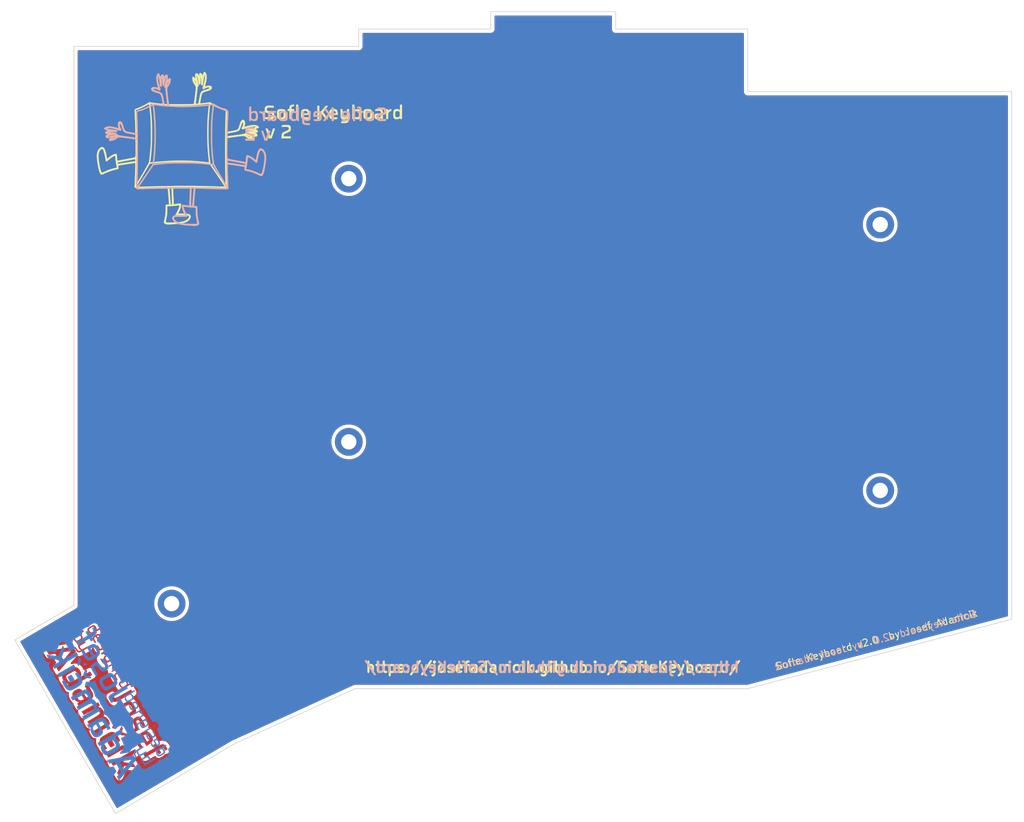
<source format=kicad_pcb>
(kicad_pcb (version 20171130) (host pcbnew 5.1.7-a382d34a8~88~ubuntu20.04.1)
  (layers (0 F.Cu signal hide) (31 B.Cu signal) (34 B.Paste user) (35 F.Paste user hide) (36 B.SilkS user) (37 F.SilkS user hide) (38 B.Mask user) (39 F.Mask user hide) (44 Edge.Cuts user))
  (net 0 "")
  (module SofleKeyboard-footprint:josef_adamcik_20mm_cu_mask (layer B.Cu) (at 51.5 147.05 120)
    (fp_text reference Ref** hide)
    (fp_text value Val** hide)
    (fp_poly (pts (xy -5.740273 8.152849) (xy -5.715447 8.084004) (xy -5.715 8.0645) (xy -5.732485 7.983939) (xy -5.80133 7.959114) (xy -5.820833 7.958667) (xy -5.901394 7.976152) (xy -5.92622 8.044997) (xy -5.926667 8.0645) (xy -5.909182 8.145061) (xy -5.840337 8.169887) (xy -5.820833 8.170333) (xy -5.740273 8.152849)) (layer B.Cu) (width 0.01))
    (fp_poly (pts (xy -3.678738 7.584405) (xy -3.65249 7.533641) (xy -3.630443 7.47495) (xy -3.594165 7.481936) (xy -3.549964 7.519629) (xy -3.455357 7.568254) (xy -3.309217 7.602948) (xy -3.240908 7.610976) (xy -3.100042 7.617347) (xy -3.009855 7.60125) (xy -2.937477 7.553941) (xy -2.902897 7.521079) (xy -2.857694 7.472093) (xy -2.827119 7.420885) (xy -2.808317 7.350678) (xy -2.798434 7.244694) (xy -2.794614 7.086155) (xy -2.794 6.881091) (xy -2.794766 6.661022) (xy -2.798524 6.511885) (xy -2.807461 6.419953) (xy -2.823767 6.371495) (xy -2.849631 6.352781) (xy -2.878667 6.35) (xy -2.917681 6.356131) (xy -2.942738 6.384857) (xy -2.957175 6.451674) (xy -2.964331 6.572081) (xy -2.967541 6.761575) (xy -2.967553 6.76275) (xy -2.971394 7.004175) (xy -2.981423 7.173657) (xy -3.004037 7.283918) (xy -3.045633 7.347683) (xy -3.112606 7.377673) (xy -3.211355 7.386613) (xy -3.281492 7.387167) (xy -3.425409 7.38336) (xy -3.509558 7.366197) (xy -3.558703 7.327069) (xy -3.585876 7.281333) (xy -3.612593 7.182784) (xy -3.631207 7.018862) (xy -3.639726 6.808641) (xy -3.640043 6.76275) (xy -3.641554 6.572925) (xy -3.647529 6.452247) (xy -3.661173 6.385207) (xy -3.685691 6.356296) (xy -3.724289 6.350002) (xy -3.725333 6.35) (xy -3.757873 6.354161) (xy -3.780802 6.37503) (xy -3.795795 6.425183) (xy -3.804531 6.517198) (xy -3.808686 6.663652) (xy -3.809937 6.877123) (xy -3.81 6.985) (xy -3.809001 7.231839) (xy -3.805145 7.406122) (xy -3.797148 7.519948) (xy -3.783724 7.585413) (xy -3.763589 7.614615) (xy -3.742537 7.62) (xy -3.678738 7.584405)) (layer B.Cu) (width 0.01))
    (fp_poly (pts (xy -5.787963 7.594295) (xy -5.764526 7.572234) (xy -5.748567 7.519985) (xy -5.738132 7.424882) (xy -5.731264 7.274259) (xy -5.72601 7.05545) (xy -5.724452 6.974417) (xy -5.712737 6.35) (xy -5.92893 6.35) (xy -5.917215 6.974417) (xy -5.912063 7.216208) (xy -5.905886 7.386004) (xy -5.896729 7.49647) (xy -5.882637 7.560274) (xy -5.861654 7.59008) (xy -5.831826 7.598557) (xy -5.820833 7.598833) (xy -5.787963 7.594295)) (layer B.Cu) (width 0.01))
    (fp_poly (pts (xy 0.084667 6.35) (xy -0.021167 6.35) (xy -0.107998 6.373433) (xy -0.127 6.420061) (xy -0.133095 6.466549) (xy -0.16581 6.453693) (xy -0.204177 6.420278) (xy -0.32181 6.358933) (xy -0.484004 6.3282) (xy -0.655195 6.331346) (xy -0.789155 6.366558) (xy -0.898902 6.446944) (xy -0.970315 6.576857) (xy -1.006236 6.765656) (xy -1.009061 6.987608) (xy -0.806712 6.987608) (xy -0.798102 6.823151) (xy -0.777238 6.683014) (xy -0.744671 6.594133) (xy -0.73781 6.585857) (xy -0.643174 6.539181) (xy -0.504888 6.520899) (xy -0.359231 6.53147) (xy -0.242477 6.571354) (xy -0.230341 6.579421) (xy -0.186629 6.6253) (xy -0.161467 6.697238) (xy -0.150234 6.816302) (xy -0.148167 6.953915) (xy -0.155081 7.156075) (xy -0.182809 7.288398) (xy -0.241827 7.36508) (xy -0.342613 7.400316) (xy -0.48355 7.408333) (xy -0.618806 7.399044) (xy -0.721773 7.375331) (xy -0.753533 7.357533) (xy -0.784976 7.281735) (xy -0.802519 7.149447) (xy -0.806712 6.987608) (xy -1.009061 6.987608) (xy -1.009508 7.022702) (xy -1.006541 7.082326) (xy -0.993645 7.257104) (xy -0.974952 7.370236) (xy -0.943409 7.444733) (xy -0.891969 7.503607) (xy -0.872063 7.521267) (xy -0.724507 7.598398) (xy -0.54381 7.623708) (xy -0.364243 7.596603) (xy -0.238543 7.532261) (xy -0.127 7.444522) (xy -0.127 7.807428) (xy -0.126049 7.982573) (xy -0.119949 8.089744) (xy -0.103833 8.145633) (xy -0.072834 8.166932) (xy -0.022083 8.170333) (xy 0.084667 8.170333) (xy 0.084667 6.35)) (layer B.Cu) (width 0.01))
    (fp_poly (pts (xy -1.610155 7.589596) (xy -1.527279 7.558196) (xy -1.438985 7.49323) (xy -1.385755 7.397484) (xy -1.360361 7.25177) (xy -1.355245 7.101417) (xy -1.354667 6.900333) (xy -2.201333 6.900333) (xy -2.201333 6.776357) (xy -2.186047 6.66127) (xy -2.13182 6.585046) (xy -2.026102 6.540803) (xy -1.856341 6.521659) (xy -1.732643 6.519333) (xy -1.564189 6.517295) (xy -1.46347 6.508533) (xy -1.413596 6.489076) (xy -1.39768 6.454955) (xy -1.397 6.440421) (xy -1.436047 6.381458) (xy -1.542701 6.33982) (xy -1.701234 6.317878) (xy -1.895919 6.318005) (xy -2.079707 6.337486) (xy -2.219927 6.390738) (xy -2.317957 6.504884) (xy -2.378103 6.68673) (xy -2.398694 6.841671) (xy -2.404624 7.123207) (xy -2.397178 7.167409) (xy -2.201333 7.167409) (xy -2.196768 7.119192) (xy -2.171669 7.090173) (xy -2.108928 7.075489) (xy -1.991441 7.07028) (xy -1.857375 7.069667) (xy -1.513417 7.069667) (xy -1.540669 7.205927) (xy -1.576759 7.327661) (xy -1.637877 7.395732) (xy -1.745342 7.424692) (xy -1.868196 7.4295) (xy -2.043961 7.407195) (xy -2.152322 7.337437) (xy -2.198697 7.215965) (xy -2.201333 7.167409) (xy -2.397178 7.167409) (xy -2.369014 7.334572) (xy -2.290537 7.480103) (xy -2.179033 7.559702) (xy -1.998422 7.606721) (xy -1.796046 7.616656) (xy -1.610155 7.589596)) (layer B.Cu) (width 0.01))
    (fp_poly (pts (xy -6.446255 7.597278) (xy -6.36716 7.548664) (xy -6.35 7.492843) (xy -6.357552 7.447009) (xy -6.393315 7.425761) (xy -6.47695 7.424527) (xy -6.596901 7.435438) (xy -6.802587 7.44198) (xy -6.938404 7.408938) (xy -7.010782 7.333428) (xy -7.027333 7.242448) (xy -7.006866 7.151803) (xy -6.936772 7.097807) (xy -6.804017 7.073484) (xy -6.705567 7.070245) (xy -6.565635 7.054864) (xy -6.443641 7.024119) (xy -6.329837 6.94383) (xy -6.27479 6.804334) (xy -6.279436 6.608271) (xy -6.284931 6.576311) (xy -6.339953 6.449459) (xy -6.452556 6.365573) (xy -6.627826 6.32309) (xy -6.870847 6.320446) (xy -7.059083 6.338291) (xy -7.160804 6.36636) (xy -7.196089 6.423465) (xy -7.196667 6.435637) (xy -7.187841 6.475642) (xy -7.150337 6.500998) (xy -7.067619 6.516088) (xy -6.923149 6.525295) (xy -6.847417 6.528205) (xy -6.498167 6.5405) (xy -6.498167 6.836833) (xy -6.812674 6.888874) (xy -6.970952 6.919843) (xy -7.097832 6.953449) (xy -7.168684 6.983027) (xy -7.172507 6.986241) (xy -7.199104 7.052686) (xy -7.21541 7.17021) (xy -7.217833 7.239605) (xy -7.202991 7.404098) (xy -7.149321 7.511677) (xy -7.04311 7.575117) (xy -6.870641 7.607194) (xy -6.818492 7.611599) (xy -6.594805 7.617776) (xy -6.446255 7.597278)) (layer B.Cu) (width 0.01))
    (fp_poly (pts (xy -7.891808 7.610548) (xy -7.721183 7.5632) (xy -7.610033 7.463198) (xy -7.550719 7.304093) (xy -7.535333 7.110008) (xy -7.535333 6.900333) (xy -8.382 6.900333) (xy -8.382 6.776357) (xy -8.366714 6.66127) (xy -8.312487 6.585046) (xy -8.206769 6.540803) (xy -8.037008 6.521659) (xy -7.91331 6.519333) (xy -7.744856 6.517295) (xy -7.644136 6.508533) (xy -7.594262 6.489076) (xy -7.578346 6.454955) (xy -7.577667 6.440421) (xy -7.616309 6.381709) (xy -7.720003 6.33988) (xy -7.870399 6.317227) (xy -8.049151 6.316043) (xy -8.237908 6.338621) (xy -8.295265 6.350728) (xy -8.409959 6.394216) (xy -8.49103 6.453363) (xy -8.494612 6.457944) (xy -8.546074 6.577611) (xy -8.578843 6.757646) (xy -8.590117 6.975256) (xy -8.581452 7.164723) (xy -8.577089 7.191483) (xy -8.382 7.191483) (xy -8.382 7.069667) (xy -7.69794 7.069667) (xy -7.72693 7.20725) (xy -7.763812 7.33088) (xy -7.823365 7.398269) (xy -7.928275 7.425577) (xy -8.038944 7.4295) (xy -8.219868 7.409379) (xy -8.331363 7.346346) (xy -8.379196 7.236402) (xy -8.382 7.191483) (xy -8.577089 7.191483) (xy -8.549291 7.361937) (xy -8.485559 7.491069) (xy -8.375116 7.567093) (xy -8.202822 7.604985) (xy -8.129546 7.611692) (xy -7.891808 7.610548)) (layer B.Cu) (width 0.01))
    (fp_poly (pts (xy -8.974667 7.260167) (xy -8.97496 6.960585) (xy -8.976493 6.735145) (xy -8.980244 6.57332) (xy -8.987193 6.464586) (xy -8.998319 6.398417) (xy -9.014601 6.364288) (xy -9.037017 6.351674) (xy -9.059333 6.35) (xy -9.1287 6.378316) (xy -9.145287 6.44525) (xy -9.150889 6.508789) (xy -9.172897 6.4941) (xy -9.188792 6.468083) (xy -9.255541 6.409676) (xy -9.365717 6.358873) (xy -9.388588 6.351903) (xy -9.524735 6.320656) (xy -9.638134 6.317538) (xy -9.767573 6.337432) (xy -9.884465 6.386075) (xy -9.964818 6.485499) (xy -10.012683 6.645057) (xy -10.032107 6.874097) (xy -10.033 6.950478) (xy -10.032429 6.963833) (xy -9.8425 6.963833) (xy -9.833018 6.762219) (xy -9.805583 6.628858) (xy -9.7844 6.58934) (xy -9.697069 6.539685) (xy -9.564376 6.519066) (xy -9.420486 6.527479) (xy -9.299569 6.564921) (xy -9.26375 6.589395) (xy -9.221002 6.646978) (xy -9.196932 6.736972) (xy -9.187196 6.880588) (xy -9.186333 6.967371) (xy -9.19452 7.166502) (xy -9.226246 7.296027) (xy -9.292263 7.370034) (xy -9.403324 7.402612) (xy -9.52284 7.408333) (xy -9.666764 7.397703) (xy -9.760534 7.356424) (xy -9.814281 7.270409) (xy -9.838133 7.125575) (xy -9.8425 6.963833) (xy -10.032429 6.963833) (xy -10.021814 7.21202) (xy -9.986386 7.399823) (xy -9.92391 7.52206) (xy -9.831582 7.5869) (xy -9.812446 7.592875) (xy -9.621958 7.618115) (xy -9.430521 7.601519) (xy -9.30275 7.55875) (xy -9.186333 7.498021) (xy -9.186333 7.834177) (xy -9.185185 8.001385) (xy -9.178101 8.101265) (xy -9.159621 8.151157) (xy -9.124289 8.168398) (xy -9.0805 8.170333) (xy -8.974667 8.170333) (xy -8.974667 7.260167)) (layer B.Cu) (width 0.01))
    (fp_poly (pts (xy -4.327098 7.617196) (xy -4.304882 7.601208) (xy -4.289991 7.560676) (xy -4.28135 7.484236) (xy -4.277882 7.360529) (xy -4.278511 7.178191) (xy -4.282161 6.925861) (xy -4.283632 6.837905) (xy -4.288767 6.561711) (xy -4.29456 6.357336) (xy -4.302612 6.211938) (xy -4.314526 6.112674) (xy -4.331904 6.046701) (xy -4.356347 6.001178) (xy -4.389458 5.963262) (xy -4.393213 5.959489) (xy -4.452875 5.911116) (xy -4.52841 5.880261) (xy -4.641226 5.861837) (xy -4.812733 5.850758) (xy -4.85888 5.848863) (xy -5.028567 5.845865) (xy -5.16512 5.850122) (xy -5.247142 5.860691) (xy -5.259917 5.866502) (xy -5.289931 5.934777) (xy -5.291667 5.954889) (xy -5.267388 5.98589) (xy -5.186497 6.003862) (xy -5.036913 6.010986) (xy -4.978857 6.011333) (xy -4.767282 6.02227) (xy -4.623583 6.060994) (xy -4.533109 6.13638) (xy -4.481208 6.257302) (xy -4.467901 6.320796) (xy -4.440209 6.482092) (xy -4.544662 6.413651) (xy -4.675079 6.364444) (xy -4.846276 6.34494) (xy -5.021062 6.355402) (xy -5.162245 6.396093) (xy -5.18507 6.409107) (xy -5.2599 6.485084) (xy -5.307381 6.604014) (xy -5.330016 6.778009) (xy -5.330235 6.955586) (xy -5.136445 6.955586) (xy -5.132747 6.782535) (xy -5.118845 6.67365) (xy -5.090526 6.608641) (xy -5.057798 6.576841) (xy -4.933138 6.529086) (xy -4.77721 6.524335) (xy -4.630675 6.560931) (xy -4.570465 6.596731) (xy -4.519394 6.649054) (xy -4.490392 6.71793) (xy -4.477538 6.826884) (xy -4.474883 6.976476) (xy -4.481752 7.172399) (xy -4.509817 7.298891) (xy -4.570264 7.370593) (xy -4.674279 7.402145) (xy -4.804833 7.408333) (xy -4.952305 7.399875) (xy -5.048654 7.364899) (xy -5.104428 7.289004) (xy -5.130175 7.157787) (xy -5.136444 6.956847) (xy -5.136445 6.955586) (xy -5.330235 6.955586) (xy -5.330314 7.019182) (xy -5.327008 7.095051) (xy -5.315639 7.263806) (xy -5.297141 7.372327) (xy -5.263565 7.445042) (xy -5.206962 7.506379) (xy -5.187652 7.523341) (xy -5.100118 7.586679) (xy -5.009952 7.613797) (xy -4.881261 7.613706) (xy -4.840111 7.610591) (xy -4.671326 7.58122) (xy -4.549346 7.529504) (xy -4.530323 7.514761) (xy -4.468669 7.463727) (xy -4.447385 7.474053) (xy -4.445 7.528772) (xy -4.418843 7.603356) (xy -4.357716 7.62) (xy -4.327098 7.617196)) (layer B.Cu) (width 0.01))
    (fp_poly (pts (xy 10.837333 7.376484) (xy 10.607066 7.357389) (xy 10.43141 7.333735) (xy 10.323277 7.286792) (xy 10.266867 7.199174) (xy 10.24638 7.053496) (xy 10.244667 6.95865) (xy 10.244667 6.688667) (xy 10.837333 6.688667) (xy 10.837333 6.265333) (xy 10.244667 6.265333) (xy 10.244667 4.360333) (xy 9.736667 4.360333) (xy 9.736667 6.265333) (xy 9.271 6.265333) (xy 9.271 6.688667) (xy 9.724117 6.688667) (xy 9.749779 7.021435) (xy 9.779253 7.279306) (xy 9.829959 7.465359) (xy 9.914237 7.591972) (xy 10.044431 7.671527) (xy 10.232882 7.716402) (xy 10.463586 7.737434) (xy 10.837333 7.758744) (xy 10.837333 7.376484)) (layer B.Cu) (width 0.01))
    (fp_poly (pts (xy 1.262071 6.12775) (xy 1.257809 5.702375) (xy 1.251865 5.353789) (xy 1.240943 5.074131) (xy 1.221741 4.855537) (xy 1.190962 4.690146) (xy 1.145306 4.570095) (xy 1.081473 4.487523) (xy 0.996166 4.434568) (xy 0.886083 4.403366) (xy 0.747928 4.386058) (xy 0.578399 4.374779) (xy 0.525164 4.371649) (xy 0.127 4.347894) (xy 0.127 4.773911) (xy 0.355099 4.80241) (xy 0.460884 4.814749) (xy 0.545358 4.828348) (xy 0.611003 4.852034) (xy 0.660297 4.894634) (xy 0.695721 4.964975) (xy 0.719753 5.071884) (xy 0.734874 5.224188) (xy 0.743563 5.430714) (xy 0.7483 5.700289) (xy 0.751564 6.04174) (xy 0.753198 6.219542) (xy 0.765562 7.493) (xy 1.27531 7.493) (xy 1.262071 6.12775)) (layer B.Cu) (width 0.01))
    (fp_poly (pts (xy 8.077081 6.718202) (xy 8.341611 6.68423) (xy 8.541733 6.620735) (xy 8.68635 6.517507) (xy 8.784366 6.364335) (xy 8.844685 6.151011) (xy 8.876209 5.867324) (xy 8.880024 5.797443) (xy 8.90199 5.334) (xy 7.354989 5.334) (xy 7.376995 5.138758) (xy 7.397795 5.005046) (xy 7.433584 4.907269) (xy 7.496355 4.839928) (xy 7.598103 4.797522) (xy 7.750822 4.774553) (xy 7.966505 4.76552) (xy 8.192902 4.764634) (xy 8.805333 4.766768) (xy 8.805333 4.372395) (xy 8.545123 4.345197) (xy 8.307809 4.328353) (xy 8.048498 4.322889) (xy 7.794329 4.328282) (xy 7.572435 4.344007) (xy 7.421213 4.366904) (xy 7.212095 4.454827) (xy 7.049275 4.607389) (xy 6.946989 4.81087) (xy 6.941842 4.828959) (xy 6.917055 4.973858) (xy 6.90088 5.176525) (xy 6.893253 5.41308) (xy 6.894113 5.659644) (xy 6.896321 5.715) (xy 7.354492 5.715) (xy 8.424333 5.715) (xy 8.424333 5.861175) (xy 8.395729 6.055999) (xy 8.308369 6.193391) (xy 8.159936 6.27495) (xy 7.94811 6.302278) (xy 7.797328 6.294122) (xy 7.608407 6.257235) (xy 7.485674 6.184033) (xy 7.413601 6.060361) (xy 7.381968 5.915463) (xy 7.354492 5.715) (xy 6.896321 5.715) (xy 6.903398 5.892339) (xy 6.921046 6.087285) (xy 6.945441 6.215566) (xy 7.047561 6.417664) (xy 7.216344 6.57005) (xy 7.449051 6.671508) (xy 7.742942 6.720821) (xy 8.077081 6.718202)) (layer B.Cu) (width 0.01))
    (fp_poly (pts (xy 5.734944 6.705715) (xy 5.924259 6.698353) (xy 6.070697 6.68778) (xy 6.148917 6.676174) (xy 6.221961 6.647087) (xy 6.255846 6.594286) (xy 6.265141 6.490451) (xy 6.265333 6.457894) (xy 6.265333 6.271067) (xy 5.721926 6.278784) (xy 5.466307 6.27978) (xy 5.283276 6.271225) (xy 5.160894 6.248403) (xy 5.08722 6.206601) (xy 5.050315 6.141106) (xy 5.038238 6.047204) (xy 5.037667 6.008648) (xy 5.045327 5.899552) (xy 5.0643 5.832978) (xy 5.069876 5.82709) (xy 5.122239 5.813827) (xy 5.240853 5.792499) (xy 5.408025 5.766067) (xy 5.602796 5.73794) (xy 5.849798 5.701103) (xy 6.026856 5.665937) (xy 6.148348 5.626486) (xy 6.228654 5.576798) (xy 6.28215 5.510916) (xy 6.315144 5.442948) (xy 6.352359 5.29156) (xy 6.366143 5.097592) (xy 6.357393 4.894788) (xy 6.327008 4.716888) (xy 6.293384 4.625316) (xy 6.224511 4.514498) (xy 6.14316 4.436263) (xy 6.033637 4.384797) (xy 5.880247 4.354289) (xy 5.667296 4.338927) (xy 5.508423 4.334633) (xy 5.290876 4.333493) (xy 5.084426 4.337219) (xy 4.915448 4.345074) (xy 4.826 4.353684) (xy 4.6355 4.3815) (xy 4.610032 4.775398) (xy 5.202223 4.768949) (xy 5.450065 4.769406) (xy 5.64609 4.776232) (xy 5.779338 4.788787) (xy 5.83858 4.806156) (xy 5.892953 4.907324) (xy 5.910227 5.03944) (xy 5.886405 5.157711) (xy 5.872115 5.181858) (xy 5.822684 5.223312) (xy 5.73358 5.257173) (xy 5.589942 5.287518) (xy 5.376913 5.318425) (xy 5.37207 5.319047) (xy 5.174688 5.347541) (xy 4.997364 5.378817) (xy 4.864338 5.408311) (xy 4.81342 5.424236) (xy 4.691354 5.510263) (xy 4.612211 5.654421) (xy 4.572855 5.864165) (xy 4.567033 6.009555) (xy 4.579776 6.239179) (xy 4.625528 6.41474) (xy 4.713121 6.542688) (xy 4.851387 6.629473) (xy 5.049157 6.681543) (xy 5.315263 6.705348) (xy 5.5245 6.70873) (xy 5.734944 6.705715)) (layer B.Cu) (width 0.01))
    (fp_poly (pts (xy 3.298341 6.701738) (xy 3.520519 6.678708) (xy 3.685512 6.636058) (xy 3.806631 6.569994) (xy 3.897187 6.47672) (xy 3.916176 6.449369) (xy 3.969679 6.319083) (xy 4.009001 6.125692) (xy 4.034265 5.887778) (xy 4.045591 5.623927) (xy 4.043102 5.352723) (xy 4.026918 5.092749) (xy 3.997161 4.862592) (xy 3.953951 4.680835) (xy 3.903936 4.574367) (xy 3.768179 4.459091) (xy 3.557864 4.378635) (xy 3.275977 4.333832) (xy 3.005667 4.324186) (xy 2.812218 4.328706) (xy 2.635736 4.338689) (xy 2.503923 4.352341) (xy 2.466977 4.359103) (xy 2.247704 4.448944) (xy 2.086344 4.599836) (xy 2.043464 4.667649) (xy 2.015138 4.731303) (xy 1.994788 4.811874) (xy 1.981184 4.923431) (xy 1.973094 5.080047) (xy 1.969288 5.295794) (xy 1.9685 5.5245) (xy 1.968515 5.52923) (xy 2.455333 5.52923) (xy 2.458154 5.252362) (xy 2.472543 5.049216) (xy 2.507386 4.90889) (xy 2.57157 4.82048) (xy 2.673982 4.773084) (xy 2.82351 4.755801) (xy 3.029039 4.757727) (xy 3.082649 4.759646) (xy 3.276462 4.774545) (xy 3.401031 4.803783) (xy 3.463649 4.842502) (xy 3.496324 4.892253) (xy 3.51939 4.975038) (xy 3.535119 5.105848) (xy 3.545777 5.299674) (xy 3.549469 5.40959) (xy 3.554267 5.687943) (xy 3.547625 5.89448) (xy 3.526183 6.041669) (xy 3.486582 6.141974) (xy 3.425461 6.207861) (xy 3.339462 6.251795) (xy 3.320675 6.258472) (xy 3.141147 6.293155) (xy 2.915851 6.296697) (xy 2.880306 6.294379) (xy 2.726448 6.278404) (xy 2.614976 6.249196) (xy 2.539088 6.194509) (xy 2.491984 6.1021) (xy 2.466863 5.959723) (xy 2.456925 5.755135) (xy 2.455333 5.52923) (xy 1.968515 5.52923) (xy 1.969407 5.792992) (xy 1.973087 5.991368) (xy 1.980977 6.134166) (xy 1.994517 6.235927) (xy 2.015145 6.311189) (xy 2.044298 6.374494) (xy 2.054345 6.392333) (xy 2.141498 6.512883) (xy 2.251311 6.600158) (xy 2.397382 6.658685) (xy 2.593314 6.692991) (xy 2.852706 6.707601) (xy 3.005667 6.708944) (xy 3.298341 6.701738)) (layer B.Cu) (width 0.01))
    (fp_poly (pts (xy -9.918423 5.796404) (xy -9.887169 5.775488) (xy -9.87087 5.720227) (xy -9.864659 5.613929) (xy -9.863667 5.439901) (xy -9.863667 5.073855) (xy -9.752124 5.161594) (xy -9.610159 5.227562) (xy -9.432107 5.248409) (xy -9.254836 5.221978) (xy -9.186333 5.194689) (xy -9.082997 5.096414) (xy -9.013218 4.927037) (xy -8.9798 4.694342) (xy -8.977292 4.614333) (xy -8.989539 4.361806) (xy -9.03402 4.179495) (xy -9.114281 4.057959) (xy -9.209064 3.997118) (xy -9.404651 3.945951) (xy -9.608587 3.962279) (xy -9.630833 3.967448) (xy -9.734623 4.013398) (xy -9.784353 4.049031) (xy -9.840847 4.087849) (xy -9.870981 4.062207) (xy -9.878274 4.044661) (xy -9.936317 3.990846) (xy -9.989338 3.979333) (xy -10.017639 3.982243) (xy -10.038934 3.997992) (xy -10.05422 4.03711) (xy -10.064492 4.11013) (xy -10.070744 4.22758) (xy -10.073971 4.399992) (xy -10.074942 4.593167) (xy -9.863667 4.593167) (xy -9.851368 4.39031) (xy -9.808277 4.257129) (xy -9.725104 4.181407) (xy -9.592558 4.150928) (xy -9.525624 4.148667) (xy -9.360119 4.165082) (xy -9.25677 4.211476) (xy -9.252857 4.215191) (xy -9.213873 4.285011) (xy -9.192624 4.407426) (xy -9.186333 4.593167) (xy -9.194285 4.793107) (xy -9.22532 4.923387) (xy -9.290204 4.998116) (xy -9.399707 5.0314) (xy -9.525624 5.037667) (xy -9.679896 5.021494) (xy -9.781181 4.964833) (xy -9.838768 4.855467) (xy -9.861947 4.681181) (xy -9.863667 4.593167) (xy -10.074942 4.593167) (xy -10.075168 4.637897) (xy -10.075333 4.8895) (xy -10.075333 5.799667) (xy -9.9695 5.799667) (xy -9.918423 5.796404)) (layer B.Cu) (width 0.01))
    (fp_poly (pts (xy -8.382 4.728633) (xy -8.377068 4.474941) (xy -8.362395 4.301066) (xy -8.338169 4.20895) (xy -8.3312 4.199467) (xy -8.24722 4.162502) (xy -8.118261 4.150279) (xy -7.980102 4.162113) (xy -7.868524 4.197317) (xy -7.850341 4.208678) (xy -7.813385 4.245883) (xy -7.788142 4.30443) (xy -7.771624 4.400696) (xy -7.760846 4.551055) (xy -7.753838 4.737845) (xy -7.739509 5.207) (xy -7.524669 5.207) (xy -7.545401 4.47675) (xy -7.554031 4.2319) (xy -7.564897 4.01292) (xy -7.576978 3.8354) (xy -7.589253 3.714932) (xy -7.598197 3.670851) (xy -7.680371 3.572787) (xy -7.831793 3.508206) (xy -8.056321 3.47585) (xy -8.210565 3.471333) (xy -8.38038 3.473261) (xy -8.482397 3.481683) (xy -8.533446 3.50056) (xy -8.550357 3.533852) (xy -8.551333 3.551518) (xy -8.541972 3.592219) (xy -8.502713 3.61811) (xy -8.416799 3.633942) (xy -8.26747 3.644468) (xy -8.214555 3.646996) (xy -8.049825 3.659895) (xy -7.916225 3.680321) (xy -7.837807 3.704342) (xy -7.830215 3.709852) (xy -7.795081 3.779481) (xy -7.76517 3.89556) (xy -7.758572 3.936948) (xy -7.734491 4.116482) (xy -7.835996 4.052944) (xy -7.959202 3.993212) (xy -8.055503 3.961999) (xy -8.191577 3.954671) (xy -8.340559 3.981769) (xy -8.470405 4.034038) (xy -8.549072 4.102225) (xy -8.550614 4.104988) (xy -8.567466 4.17747) (xy -8.581226 4.314686) (xy -8.590441 4.496718) (xy -8.593667 4.696217) (xy -8.593667 5.207) (xy -8.382 5.207) (xy -8.382 4.728633)) (layer B.Cu) (width 0.01))
    (fp_poly (pts (xy 8.104469 3.58775) (xy 8.040014 3.514969) (xy 7.934837 3.401354) (xy 7.807341 3.266676) (xy 7.749793 3.20675) (xy 7.618331 3.072837) (xy 7.525074 2.989011) (xy 7.450346 2.943566) (xy 7.374468 2.9248) (xy 7.277764 2.921007) (xy 7.269387 2.921) (xy 7.144789 2.926894) (xy 7.092979 2.946852) (xy 7.095614 2.973917) (xy 7.132615 3.030099) (xy 7.206154 3.136837) (xy 7.303539 3.275806) (xy 7.359525 3.354917) (xy 7.592493 3.683) (xy 8.183455 3.683) (xy 8.104469 3.58775)) (layer B.Cu) (width 0.01))
    (fp_poly (pts (xy 6.148354 3.677914) (xy 6.215076 3.66507) (xy 6.223 3.657839) (xy 6.199707 3.615135) (xy 6.136806 3.519678) (xy 6.04476 3.38699) (xy 5.966116 3.276839) (xy 5.709232 2.921) (xy 5.426366 2.922356) (xy 5.1435 2.923713) (xy 4.878414 3.292773) (xy 4.613327 3.661833) (xy 4.805292 3.674776) (xy 4.906284 3.677902) (xy 4.981216 3.66245) (xy 5.053123 3.615789) (xy 5.145038 3.525287) (xy 5.213872 3.450706) (xy 5.430487 3.213695) (xy 5.63963 3.448348) (xy 5.752209 3.570114) (xy 5.834477 3.640473) (xy 5.909964 3.673358) (xy 6.002201 3.682704) (xy 6.035886 3.683) (xy 6.148354 3.677914)) (layer B.Cu) (width 0.01))
    (fp_poly (pts (xy 9.026903 2.529417) (xy 9.038167 1.375833) (xy 9.174028 1.362696) (xy 9.227047 1.361476) (xy 9.27663 1.375184) (xy 9.332552 1.41305) (xy 9.40459 1.484306) (xy 9.502519 1.598181) (xy 9.636115 1.763907) (xy 9.745528 1.902305) (xy 10.181167 2.455051) (xy 10.491728 2.455192) (xy 10.80229 2.455333) (xy 10.577949 2.169583) (xy 10.441557 1.996348) (xy 10.282388 1.794907) (xy 10.130463 1.603244) (xy 10.101129 1.566333) (xy 9.987534 1.423211) (xy 9.891703 1.30197) (xy 9.827446 1.220105) (xy 9.810839 1.198564) (xy 9.820533 1.145903) (xy 9.883741 1.032238) (xy 10.001015 0.856723) (xy 10.172903 0.618512) (xy 10.284014 0.469633) (xy 10.439419 0.262162) (xy 10.575791 0.078058) (xy 10.685464 -0.072164) (xy 10.760775 -0.177989) (xy 10.794059 -0.228898) (xy 10.795 -0.231515) (xy 10.75618 -0.242415) (xy 10.653749 -0.250375) (xy 10.508753 -0.253861) (xy 10.488083 -0.253906) (xy 10.181167 -0.253811) (xy 9.757833 0.296333) (xy 9.60012 0.500246) (xy 9.483433 0.646353) (xy 9.397593 0.744274) (xy 9.332423 0.803631) (xy 9.277743 0.834047) (xy 9.223376 0.845142) (xy 9.17575 0.846573) (xy 9.017 0.846667) (xy 9.017 -0.254) (xy 8.466667 -0.254) (xy 8.466667 3.683) (xy 9.015639 3.683) (xy 9.026903 2.529417)) (layer B.Cu) (width 0.01))
    (fp_poly (pts (xy 7.62 -0.254) (xy 7.069667 -0.254) (xy 7.069667 2.455333) (xy 7.62 2.455333) (xy 7.62 -0.254)) (layer B.Cu) (width 0.01))
    (fp_poly (pts (xy 1.51609 2.491298) (xy 1.737204 2.435831) (xy 1.923376 2.335862) (xy 2.056224 2.192311) (xy 2.063995 2.178977) (xy 2.095455 2.148212) (xy 2.144081 2.163679) (xy 2.227584 2.232733) (xy 2.255 2.258302) (xy 2.460762 2.395462) (xy 2.720241 2.473769) (xy 3.023917 2.490671) (xy 3.101828 2.485352) (xy 3.325941 2.443653) (xy 3.493052 2.357252) (xy 3.624508 2.21354) (xy 3.661833 2.154575) (xy 3.687449 2.105554) (xy 3.707581 2.048577) (xy 3.723054 1.972935) (xy 3.734693 1.86792) (xy 3.743322 1.722825) (xy 3.749767 1.526941) (xy 3.754853 1.26956) (xy 3.759404 0.939975) (xy 3.760155 0.878417) (xy 3.773811 -0.254) (xy 3.224049 -0.254) (xy 3.210108 0.765795) (xy 3.205552 1.08523) (xy 3.200984 1.33076) (xy 3.195292 1.513143) (xy 3.187362 1.643134) (xy 3.176083 1.73149) (xy 3.16034 1.788965) (xy 3.13902 1.826317) (xy 3.111013 1.8543) (xy 3.096227 1.866462) (xy 2.986952 1.915752) (xy 2.827407 1.943654) (xy 2.649652 1.948525) (xy 2.485748 1.928726) (xy 2.402127 1.901988) (xy 2.334894 1.866974) (xy 2.282667 1.823643) (xy 2.243368 1.761462) (xy 2.214917 1.669894) (xy 2.195236 1.538405) (xy 2.182244 1.356458) (xy 2.173864 1.113519) (xy 2.168017 0.799053) (xy 2.166722 0.709083) (xy 2.153277 -0.254) (xy 1.608667 -0.254) (xy 1.605576 0.560917) (xy 1.602006 0.938177) (xy 1.59385 1.239234) (xy 1.580187 1.472472) (xy 1.560092 1.646276) (xy 1.532642 1.769031) (xy 1.496914 1.849119) (xy 1.459205 1.890015) (xy 1.366191 1.924013) (xy 1.211076 1.943759) (xy 1.094936 1.947333) (xy 0.928913 1.942334) (xy 0.818592 1.92252) (xy 0.735352 1.880673) (xy 0.690277 1.845249) (xy 0.5715 1.743164) (xy 0.550333 0.755165) (xy 0.529167 -0.232833) (xy 0.243417 -0.245351) (xy -0.042333 -0.257868) (xy -0.042333 2.455333) (xy 0.508 2.455333) (xy 0.508 2.103679) (xy 0.649862 2.24975) (xy 0.826921 2.38149) (xy 1.042567 2.465048) (xy 1.278418 2.501344) (xy 1.51609 2.491298)) (layer B.Cu) (width 0.01))
    (fp_poly (pts (xy -7.348135 1.62019) (xy -7.216225 1.250899) (xy -7.092798 0.905305) (xy -6.980835 0.591758) (xy -6.883316 0.318606) (xy -6.803221 0.094197) (xy -6.74353 -0.073119) (xy -6.707224 -0.174996) (xy -6.69727 -0.203044) (xy -6.706404 -0.231638) (xy -6.767668 -0.246107) (xy -6.893837 -0.248323) (xy -6.986323 -0.245378) (xy -7.294542 -0.232833) (xy -7.45289 0.1905) (xy -7.611239 0.613833) (xy -9.163431 0.613833) (xy -9.467059 -0.232833) (xy -10.074929 -0.257701) (xy -9.927357 0.1569) (xy -9.877186 0.29745) (xy -9.802997 0.504732) (xy -9.70943 0.76581) (xy -9.601125 1.067748) (xy -9.558918 1.185333) (xy -8.971926 1.185333) (xy -7.793089 1.185333) (xy -7.850518 1.344083) (xy -7.886741 1.444427) (xy -7.944022 1.603343) (xy -8.014758 1.799736) (xy -8.091351 2.012511) (xy -8.098364 2.032) (xy -8.174157 2.241449) (xy -8.244128 2.432674) (xy -8.301008 2.585954) (xy -8.33753 2.681568) (xy -8.340174 2.688167) (xy -8.391566 2.815167) (xy -8.467174 2.6035) (xy -8.508866 2.486611) (xy -8.571462 2.310899) (xy -8.647502 2.097317) (xy -8.729525 1.866815) (xy -8.757355 1.788583) (xy -8.971926 1.185333) (xy -9.558918 1.185333) (xy -9.482722 1.397608) (xy -9.358861 1.742454) (xy -9.277625 1.9685) (xy -8.775466 3.3655) (xy -8.37765 3.377024) (xy -7.979833 3.388547) (xy -7.348135 1.62019)) (layer B.Cu) (width 0.01))
    (fp_poly (pts (xy 5.863167 2.485319) (xy 6.082275 2.470525) (xy 6.230628 2.452409) (xy 6.322019 2.423158) (xy 6.370238 2.374958) (xy 6.389078 2.299996) (xy 6.392332 2.19046) (xy 6.392333 2.185549) (xy 6.392333 1.967156) (xy 5.933189 1.982871) (xy 5.708261 1.98749) (xy 5.548827 1.982165) (xy 5.436116 1.965224) (xy 5.351361 1.934995) (xy 5.341777 1.930189) (xy 5.250717 1.874785) (xy 5.185829 1.808109) (xy 5.142817 1.71567) (xy 5.117384 1.582977) (xy 5.105232 1.395542) (xy 5.102066 1.138874) (xy 5.102067 1.121833) (xy 5.108755 0.815574) (xy 5.134551 0.584003) (xy 5.188589 0.417735) (xy 5.280002 0.307382) (xy 5.417922 0.243557) (xy 5.611482 0.216873) (xy 5.869816 0.217942) (xy 5.976459 0.223093) (xy 6.392333 0.246009) (xy 6.392333 0.0217) (xy 6.383364 -0.1282) (xy 6.354231 -0.208197) (xy 6.328856 -0.226966) (xy 6.238999 -0.244981) (xy 6.087607 -0.259204) (xy 5.897748 -0.269079) (xy 5.692493 -0.274048) (xy 5.494909 -0.273554) (xy 5.328068 -0.267038) (xy 5.215038 -0.253944) (xy 5.2148 -0.253893) (xy 4.957651 -0.164456) (xy 4.763611 -0.018615) (xy 4.640705 0.165527) (xy 4.606732 0.247145) (xy 4.582489 0.332345) (xy 4.566376 0.437005) (xy 4.556797 0.577004) (xy 4.552152 0.768223) (xy 4.550842 1.026541) (xy 4.550833 1.058333) (xy 4.552469 1.336669) (xy 4.558274 1.546131) (xy 4.569597 1.702465) (xy 4.587786 1.821416) (xy 4.614187 1.918732) (xy 4.627664 1.955944) (xy 4.739771 2.163003) (xy 4.899376 2.317477) (xy 5.112543 2.421965) (xy 5.385332 2.479063) (xy 5.723808 2.491369) (xy 5.863167 2.485319)) (layer B.Cu) (width 0.01))
    (fp_poly (pts (xy -1.913923 2.471118) (xy -1.691464 2.461551) (xy -1.506046 2.447556) (xy -1.377455 2.429413) (xy -1.3462 2.420999) (xy -1.172616 2.321498) (xy -1.023562 2.167655) (xy -0.923776 1.987669) (xy -0.903558 1.916489) (xy -0.894327 1.828917) (xy -0.885975 1.671007) (xy -0.878924 1.457086) (xy -0.873593 1.20148) (xy -0.870401 0.918517) (xy -0.86972 0.762) (xy -0.867833 -0.232833) (xy -1.375833 -0.232833) (xy -1.418167 0.092491) (xy -1.524 -0.02271) (xy -1.638358 -0.120723) (xy -1.765996 -0.195916) (xy -1.767332 -0.196488) (xy -1.905476 -0.234986) (xy -2.095514 -0.262614) (xy -2.30512 -0.2772) (xy -2.50197 -0.276572) (xy -2.653739 -0.258558) (xy -2.661801 -0.2566) (xy -2.877787 -0.167169) (xy -3.03346 -0.022583) (xy -3.130906 0.18036) (xy -3.172212 0.444859) (xy -3.174005 0.529167) (xy -3.170776 0.567339) (xy -2.624667 0.567339) (xy -2.614368 0.419248) (xy -2.574898 0.318178) (xy -2.493394 0.255626) (xy -2.356997 0.223088) (xy -2.152843 0.21206) (xy -2.086749 0.211667) (xy -1.910063 0.213961) (xy -1.793539 0.224882) (xy -1.712714 0.250493) (xy -1.643122 0.296854) (xy -1.602824 0.331555) (xy -1.520911 0.417993) (xy -1.475745 0.512204) (xy -1.45265 0.648464) (xy -1.448747 0.691389) (xy -1.428849 0.931333) (xy -1.949341 0.931333) (xy -2.202537 0.928505) (xy -2.38326 0.915665) (xy -2.50363 0.88628) (xy -2.57577 0.833816) (xy -2.611801 0.75174) (xy -2.623844 0.633519) (xy -2.624667 0.567339) (xy -3.170776 0.567339) (xy -3.14958 0.817867) (xy -3.077454 1.03836) (xy -2.956523 1.19313) (xy -2.848273 1.26101) (xy -2.765667 1.290841) (xy -2.661786 1.311339) (xy -2.520878 1.323894) (xy -2.327191 1.329898) (xy -2.064971 1.330743) (xy -2.059226 1.330718) (xy -1.430286 1.327936) (xy -1.448187 1.575417) (xy -1.460279 1.709882) (xy -1.481938 1.809548) (xy -1.524571 1.879627) (xy -1.599583 1.925325) (xy -1.71838 1.951855) (xy -1.892368 1.964424) (xy -2.132953 1.968242) (xy -2.308825 1.9685) (xy -3.005715 1.9685) (xy -3.005691 2.189944) (xy -3.001932 2.320848) (xy -2.983152 2.391728) (xy -2.93804 2.427142) (xy -2.88925 2.442774) (xy -2.778405 2.459531) (xy -2.605663 2.470465) (xy -2.39081 2.475855) (xy -2.153634 2.475979) (xy -1.913923 2.471118)) (layer B.Cu) (width 0.01))
    (fp_poly (pts (xy -3.862494 1.725083) (xy -3.8735 -0.232833) (xy -4.3815 -0.232833) (xy -4.394787 -0.0716) (xy -4.408074 0.089634) (xy -4.569772 -0.056451) (xy -4.771611 -0.18615) (xy -5.023829 -0.265937) (xy -5.305757 -0.291945) (xy -5.59672 -0.260305) (xy -5.625135 -0.253912) (xy -5.831315 -0.172643) (xy -5.990986 -0.034111) (xy -6.107517 0.167076) (xy -6.184274 0.436311) (xy -6.218636 0.696236) (xy -6.238589 1.141321) (xy -6.219345 1.529005) (xy -6.181505 1.742998) (xy -5.6515 1.742998) (xy -5.6515 0.458336) (xy -5.52801 0.352115) (xy -5.459988 0.299706) (xy -5.391202 0.269373) (xy -5.297991 0.256557) (xy -5.156692 0.256698) (xy -5.052707 0.26053) (xy -4.874248 0.270556) (xy -4.756906 0.287007) (xy -4.677131 0.31651) (xy -4.611374 0.36569) (xy -4.58353 0.392546) (xy -4.537228 0.441112) (xy -4.505055 0.48876) (xy -4.48444 0.551105) (xy -4.47281 0.643765) (xy -4.467594 0.782357) (xy -4.466218 0.982498) (xy -4.466167 1.105102) (xy -4.466167 1.700279) (xy -4.604418 1.823806) (xy -4.681221 1.886363) (xy -4.755007 1.923302) (xy -4.851358 1.94129) (xy -4.995854 1.946996) (xy -5.078307 1.947333) (xy -5.255009 1.944135) (xy -5.371887 1.930833) (xy -5.453663 1.901871) (xy -5.525057 1.85169) (xy -5.532723 1.845166) (xy -5.6515 1.742998) (xy -6.181505 1.742998) (xy -6.161778 1.854555) (xy -6.066762 2.113234) (xy -5.935169 2.300306) (xy -5.920203 2.314732) (xy -5.757693 2.414737) (xy -5.545247 2.47391) (xy -5.304817 2.493603) (xy -5.058357 2.475167) (xy -4.827819 2.419955) (xy -4.635156 2.329319) (xy -4.520025 2.228513) (xy -4.494224 2.200431) (xy -4.475305 2.19624) (xy -4.462183 2.225922) (xy -4.453774 2.299459) (xy -4.448992 2.426832) (xy -4.446755 2.618023) (xy -4.445977 2.883013) (xy -4.445941 2.910417) (xy -4.445 3.683) (xy -3.851488 3.683) (xy -3.862494 1.725083)) (layer B.Cu) (width 0.01))
  )
  (module SofleKeyboard-footprint:josef_adamcik_20mm_cu_mask (layer F.Cu) (at 51.2 145.9 300)
    (fp_text reference Ref** hide)
    (fp_text value Val** hide)
    (fp_poly (pts (xy -5.740273 -8.152849) (xy -5.715447 -8.084004) (xy -5.715 -8.0645) (xy -5.732485 -7.983939) (xy -5.80133 -7.959114) (xy -5.820833 -7.958667) (xy -5.901394 -7.976152) (xy -5.92622 -8.044997) (xy -5.926667 -8.0645) (xy -5.909182 -8.145061) (xy -5.840337 -8.169887) (xy -5.820833 -8.170333) (xy -5.740273 -8.152849)) (layer F.Cu) (width 0.01))
    (fp_poly (pts (xy -3.678738 -7.584405) (xy -3.65249 -7.533641) (xy -3.630443 -7.47495) (xy -3.594165 -7.481936) (xy -3.549964 -7.519629) (xy -3.455357 -7.568254) (xy -3.309217 -7.602948) (xy -3.240908 -7.610976) (xy -3.100042 -7.617347) (xy -3.009855 -7.60125) (xy -2.937477 -7.553941) (xy -2.902897 -7.521079) (xy -2.857694 -7.472093) (xy -2.827119 -7.420885) (xy -2.808317 -7.350678) (xy -2.798434 -7.244694) (xy -2.794614 -7.086155) (xy -2.794 -6.881091) (xy -2.794766 -6.661022) (xy -2.798524 -6.511885) (xy -2.807461 -6.419953) (xy -2.823767 -6.371495) (xy -2.849631 -6.352781) (xy -2.878667 -6.35) (xy -2.917681 -6.356131) (xy -2.942738 -6.384857) (xy -2.957175 -6.451674) (xy -2.964331 -6.572081) (xy -2.967541 -6.761575) (xy -2.967553 -6.76275) (xy -2.971394 -7.004175) (xy -2.981423 -7.173657) (xy -3.004037 -7.283918) (xy -3.045633 -7.347683) (xy -3.112606 -7.377673) (xy -3.211355 -7.386613) (xy -3.281492 -7.387167) (xy -3.425409 -7.38336) (xy -3.509558 -7.366197) (xy -3.558703 -7.327069) (xy -3.585876 -7.281333) (xy -3.612593 -7.182784) (xy -3.631207 -7.018862) (xy -3.639726 -6.808641) (xy -3.640043 -6.76275) (xy -3.641554 -6.572925) (xy -3.647529 -6.452247) (xy -3.661173 -6.385207) (xy -3.685691 -6.356296) (xy -3.724289 -6.350002) (xy -3.725333 -6.35) (xy -3.757873 -6.354161) (xy -3.780802 -6.37503) (xy -3.795795 -6.425183) (xy -3.804531 -6.517198) (xy -3.808686 -6.663652) (xy -3.809937 -6.877123) (xy -3.81 -6.985) (xy -3.809001 -7.231839) (xy -3.805145 -7.406122) (xy -3.797148 -7.519948) (xy -3.783724 -7.585413) (xy -3.763589 -7.614615) (xy -3.742537 -7.62) (xy -3.678738 -7.584405)) (layer F.Cu) (width 0.01))
    (fp_poly (pts (xy -5.787963 -7.594295) (xy -5.764526 -7.572234) (xy -5.748567 -7.519985) (xy -5.738132 -7.424882) (xy -5.731264 -7.274259) (xy -5.72601 -7.05545) (xy -5.724452 -6.974417) (xy -5.712737 -6.35) (xy -5.92893 -6.35) (xy -5.917215 -6.974417) (xy -5.912063 -7.216208) (xy -5.905886 -7.386004) (xy -5.896729 -7.49647) (xy -5.882637 -7.560274) (xy -5.861654 -7.59008) (xy -5.831826 -7.598557) (xy -5.820833 -7.598833) (xy -5.787963 -7.594295)) (layer F.Cu) (width 0.01))
    (fp_poly (pts (xy 0.084667 -6.35) (xy -0.021167 -6.35) (xy -0.107998 -6.373433) (xy -0.127 -6.420061) (xy -0.133095 -6.466549) (xy -0.16581 -6.453693) (xy -0.204177 -6.420278) (xy -0.32181 -6.358933) (xy -0.484004 -6.3282) (xy -0.655195 -6.331346) (xy -0.789155 -6.366558) (xy -0.898902 -6.446944) (xy -0.970315 -6.576857) (xy -1.006236 -6.765656) (xy -1.009061 -6.987608) (xy -0.806712 -6.987608) (xy -0.798102 -6.823151) (xy -0.777238 -6.683014) (xy -0.744671 -6.594133) (xy -0.73781 -6.585857) (xy -0.643174 -6.539181) (xy -0.504888 -6.520899) (xy -0.359231 -6.53147) (xy -0.242477 -6.571354) (xy -0.230341 -6.579421) (xy -0.186629 -6.6253) (xy -0.161467 -6.697238) (xy -0.150234 -6.816302) (xy -0.148167 -6.953915) (xy -0.155081 -7.156075) (xy -0.182809 -7.288398) (xy -0.241827 -7.36508) (xy -0.342613 -7.400316) (xy -0.48355 -7.408333) (xy -0.618806 -7.399044) (xy -0.721773 -7.375331) (xy -0.753533 -7.357533) (xy -0.784976 -7.281735) (xy -0.802519 -7.149447) (xy -0.806712 -6.987608) (xy -1.009061 -6.987608) (xy -1.009508 -7.022702) (xy -1.006541 -7.082326) (xy -0.993645 -7.257104) (xy -0.974952 -7.370236) (xy -0.943409 -7.444733) (xy -0.891969 -7.503607) (xy -0.872063 -7.521267) (xy -0.724507 -7.598398) (xy -0.54381 -7.623708) (xy -0.364243 -7.596603) (xy -0.238543 -7.532261) (xy -0.127 -7.444522) (xy -0.127 -7.807428) (xy -0.126049 -7.982573) (xy -0.119949 -8.089744) (xy -0.103833 -8.145633) (xy -0.072834 -8.166932) (xy -0.022083 -8.170333) (xy 0.084667 -8.170333) (xy 0.084667 -6.35)) (layer F.Cu) (width 0.01))
    (fp_poly (pts (xy -1.610155 -7.589596) (xy -1.527279 -7.558196) (xy -1.438985 -7.49323) (xy -1.385755 -7.397484) (xy -1.360361 -7.25177) (xy -1.355245 -7.101417) (xy -1.354667 -6.900333) (xy -2.201333 -6.900333) (xy -2.201333 -6.776357) (xy -2.186047 -6.66127) (xy -2.13182 -6.585046) (xy -2.026102 -6.540803) (xy -1.856341 -6.521659) (xy -1.732643 -6.519333) (xy -1.564189 -6.517295) (xy -1.46347 -6.508533) (xy -1.413596 -6.489076) (xy -1.39768 -6.454955) (xy -1.397 -6.440421) (xy -1.436047 -6.381458) (xy -1.542701 -6.33982) (xy -1.701234 -6.317878) (xy -1.895919 -6.318005) (xy -2.079707 -6.337486) (xy -2.219927 -6.390738) (xy -2.317957 -6.504884) (xy -2.378103 -6.68673) (xy -2.398694 -6.841671) (xy -2.404624 -7.123207) (xy -2.397178 -7.167409) (xy -2.201333 -7.167409) (xy -2.196768 -7.119192) (xy -2.171669 -7.090173) (xy -2.108928 -7.075489) (xy -1.991441 -7.07028) (xy -1.857375 -7.069667) (xy -1.513417 -7.069667) (xy -1.540669 -7.205927) (xy -1.576759 -7.327661) (xy -1.637877 -7.395732) (xy -1.745342 -7.424692) (xy -1.868196 -7.4295) (xy -2.043961 -7.407195) (xy -2.152322 -7.337437) (xy -2.198697 -7.215965) (xy -2.201333 -7.167409) (xy -2.397178 -7.167409) (xy -2.369014 -7.334572) (xy -2.290537 -7.480103) (xy -2.179033 -7.559702) (xy -1.998422 -7.606721) (xy -1.796046 -7.616656) (xy -1.610155 -7.589596)) (layer F.Cu) (width 0.01))
    (fp_poly (pts (xy -6.446255 -7.597278) (xy -6.36716 -7.548664) (xy -6.35 -7.492843) (xy -6.357552 -7.447009) (xy -6.393315 -7.425761) (xy -6.47695 -7.424527) (xy -6.596901 -7.435438) (xy -6.802587 -7.44198) (xy -6.938404 -7.408938) (xy -7.010782 -7.333428) (xy -7.027333 -7.242448) (xy -7.006866 -7.151803) (xy -6.936772 -7.097807) (xy -6.804017 -7.073484) (xy -6.705567 -7.070245) (xy -6.565635 -7.054864) (xy -6.443641 -7.024119) (xy -6.329837 -6.94383) (xy -6.27479 -6.804334) (xy -6.279436 -6.608271) (xy -6.284931 -6.576311) (xy -6.339953 -6.449459) (xy -6.452556 -6.365573) (xy -6.627826 -6.32309) (xy -6.870847 -6.320446) (xy -7.059083 -6.338291) (xy -7.160804 -6.36636) (xy -7.196089 -6.423465) (xy -7.196667 -6.435637) (xy -7.187841 -6.475642) (xy -7.150337 -6.500998) (xy -7.067619 -6.516088) (xy -6.923149 -6.525295) (xy -6.847417 -6.528205) (xy -6.498167 -6.5405) (xy -6.498167 -6.836833) (xy -6.812674 -6.888874) (xy -6.970952 -6.919843) (xy -7.097832 -6.953449) (xy -7.168684 -6.983027) (xy -7.172507 -6.986241) (xy -7.199104 -7.052686) (xy -7.21541 -7.17021) (xy -7.217833 -7.239605) (xy -7.202991 -7.404098) (xy -7.149321 -7.511677) (xy -7.04311 -7.575117) (xy -6.870641 -7.607194) (xy -6.818492 -7.611599) (xy -6.594805 -7.617776) (xy -6.446255 -7.597278)) (layer F.Cu) (width 0.01))
    (fp_poly (pts (xy -7.891808 -7.610548) (xy -7.721183 -7.5632) (xy -7.610033 -7.463198) (xy -7.550719 -7.304093) (xy -7.535333 -7.110008) (xy -7.535333 -6.900333) (xy -8.382 -6.900333) (xy -8.382 -6.776357) (xy -8.366714 -6.66127) (xy -8.312487 -6.585046) (xy -8.206769 -6.540803) (xy -8.037008 -6.521659) (xy -7.91331 -6.519333) (xy -7.744856 -6.517295) (xy -7.644136 -6.508533) (xy -7.594262 -6.489076) (xy -7.578346 -6.454955) (xy -7.577667 -6.440421) (xy -7.616309 -6.381709) (xy -7.720003 -6.33988) (xy -7.870399 -6.317227) (xy -8.049151 -6.316043) (xy -8.237908 -6.338621) (xy -8.295265 -6.350728) (xy -8.409959 -6.394216) (xy -8.49103 -6.453363) (xy -8.494612 -6.457944) (xy -8.546074 -6.577611) (xy -8.578843 -6.757646) (xy -8.590117 -6.975256) (xy -8.581452 -7.164723) (xy -8.577089 -7.191483) (xy -8.382 -7.191483) (xy -8.382 -7.069667) (xy -7.69794 -7.069667) (xy -7.72693 -7.20725) (xy -7.763812 -7.33088) (xy -7.823365 -7.398269) (xy -7.928275 -7.425577) (xy -8.038944 -7.4295) (xy -8.219868 -7.409379) (xy -8.331363 -7.346346) (xy -8.379196 -7.236402) (xy -8.382 -7.191483) (xy -8.577089 -7.191483) (xy -8.549291 -7.361937) (xy -8.485559 -7.491069) (xy -8.375116 -7.567093) (xy -8.202822 -7.604985) (xy -8.129546 -7.611692) (xy -7.891808 -7.610548)) (layer F.Cu) (width 0.01))
    (fp_poly (pts (xy -8.974667 -7.260167) (xy -8.97496 -6.960585) (xy -8.976493 -6.735145) (xy -8.980244 -6.57332) (xy -8.987193 -6.464586) (xy -8.998319 -6.398417) (xy -9.014601 -6.364288) (xy -9.037017 -6.351674) (xy -9.059333 -6.35) (xy -9.1287 -6.378316) (xy -9.145287 -6.44525) (xy -9.150889 -6.508789) (xy -9.172897 -6.4941) (xy -9.188792 -6.468083) (xy -9.255541 -6.409676) (xy -9.365717 -6.358873) (xy -9.388588 -6.351903) (xy -9.524735 -6.320656) (xy -9.638134 -6.317538) (xy -9.767573 -6.337432) (xy -9.884465 -6.386075) (xy -9.964818 -6.485499) (xy -10.012683 -6.645057) (xy -10.032107 -6.874097) (xy -10.033 -6.950478) (xy -10.032429 -6.963833) (xy -9.8425 -6.963833) (xy -9.833018 -6.762219) (xy -9.805583 -6.628858) (xy -9.7844 -6.58934) (xy -9.697069 -6.539685) (xy -9.564376 -6.519066) (xy -9.420486 -6.527479) (xy -9.299569 -6.564921) (xy -9.26375 -6.589395) (xy -9.221002 -6.646978) (xy -9.196932 -6.736972) (xy -9.187196 -6.880588) (xy -9.186333 -6.967371) (xy -9.19452 -7.166502) (xy -9.226246 -7.296027) (xy -9.292263 -7.370034) (xy -9.403324 -7.402612) (xy -9.52284 -7.408333) (xy -9.666764 -7.397703) (xy -9.760534 -7.356424) (xy -9.814281 -7.270409) (xy -9.838133 -7.125575) (xy -9.8425 -6.963833) (xy -10.032429 -6.963833) (xy -10.021814 -7.21202) (xy -9.986386 -7.399823) (xy -9.92391 -7.52206) (xy -9.831582 -7.5869) (xy -9.812446 -7.592875) (xy -9.621958 -7.618115) (xy -9.430521 -7.601519) (xy -9.30275 -7.55875) (xy -9.186333 -7.498021) (xy -9.186333 -7.834177) (xy -9.185185 -8.001385) (xy -9.178101 -8.101265) (xy -9.159621 -8.151157) (xy -9.124289 -8.168398) (xy -9.0805 -8.170333) (xy -8.974667 -8.170333) (xy -8.974667 -7.260167)) (layer F.Cu) (width 0.01))
    (fp_poly (pts (xy -4.327098 -7.617196) (xy -4.304882 -7.601208) (xy -4.289991 -7.560676) (xy -4.28135 -7.484236) (xy -4.277882 -7.360529) (xy -4.278511 -7.178191) (xy -4.282161 -6.925861) (xy -4.283632 -6.837905) (xy -4.288767 -6.561711) (xy -4.29456 -6.357336) (xy -4.302612 -6.211938) (xy -4.314526 -6.112674) (xy -4.331904 -6.046701) (xy -4.356347 -6.001178) (xy -4.389458 -5.963262) (xy -4.393213 -5.959489) (xy -4.452875 -5.911116) (xy -4.52841 -5.880261) (xy -4.641226 -5.861837) (xy -4.812733 -5.850758) (xy -4.85888 -5.848863) (xy -5.028567 -5.845865) (xy -5.16512 -5.850122) (xy -5.247142 -5.860691) (xy -5.259917 -5.866502) (xy -5.289931 -5.934777) (xy -5.291667 -5.954889) (xy -5.267388 -5.98589) (xy -5.186497 -6.003862) (xy -5.036913 -6.010986) (xy -4.978857 -6.011333) (xy -4.767282 -6.02227) (xy -4.623583 -6.060994) (xy -4.533109 -6.13638) (xy -4.481208 -6.257302) (xy -4.467901 -6.320796) (xy -4.440209 -6.482092) (xy -4.544662 -6.413651) (xy -4.675079 -6.364444) (xy -4.846276 -6.34494) (xy -5.021062 -6.355402) (xy -5.162245 -6.396093) (xy -5.18507 -6.409107) (xy -5.2599 -6.485084) (xy -5.307381 -6.604014) (xy -5.330016 -6.778009) (xy -5.330235 -6.955586) (xy -5.136445 -6.955586) (xy -5.132747 -6.782535) (xy -5.118845 -6.67365) (xy -5.090526 -6.608641) (xy -5.057798 -6.576841) (xy -4.933138 -6.529086) (xy -4.77721 -6.524335) (xy -4.630675 -6.560931) (xy -4.570465 -6.596731) (xy -4.519394 -6.649054) (xy -4.490392 -6.71793) (xy -4.477538 -6.826884) (xy -4.474883 -6.976476) (xy -4.481752 -7.172399) (xy -4.509817 -7.298891) (xy -4.570264 -7.370593) (xy -4.674279 -7.402145) (xy -4.804833 -7.408333) (xy -4.952305 -7.399875) (xy -5.048654 -7.364899) (xy -5.104428 -7.289004) (xy -5.130175 -7.157787) (xy -5.136444 -6.956847) (xy -5.136445 -6.955586) (xy -5.330235 -6.955586) (xy -5.330314 -7.019182) (xy -5.327008 -7.095051) (xy -5.315639 -7.263806) (xy -5.297141 -7.372327) (xy -5.263565 -7.445042) (xy -5.206962 -7.506379) (xy -5.187652 -7.523341) (xy -5.100118 -7.586679) (xy -5.009952 -7.613797) (xy -4.881261 -7.613706) (xy -4.840111 -7.610591) (xy -4.671326 -7.58122) (xy -4.549346 -7.529504) (xy -4.530323 -7.514761) (xy -4.468669 -7.463727) (xy -4.447385 -7.474053) (xy -4.445 -7.528772) (xy -4.418843 -7.603356) (xy -4.357716 -7.62) (xy -4.327098 -7.617196)) (layer F.Cu) (width 0.01))
    (fp_poly (pts (xy 10.837333 -7.376484) (xy 10.607066 -7.357389) (xy 10.43141 -7.333735) (xy 10.323277 -7.286792) (xy 10.266867 -7.199174) (xy 10.24638 -7.053496) (xy 10.244667 -6.95865) (xy 10.244667 -6.688667) (xy 10.837333 -6.688667) (xy 10.837333 -6.265333) (xy 10.244667 -6.265333) (xy 10.244667 -4.360333) (xy 9.736667 -4.360333) (xy 9.736667 -6.265333) (xy 9.271 -6.265333) (xy 9.271 -6.688667) (xy 9.724117 -6.688667) (xy 9.749779 -7.021435) (xy 9.779253 -7.279306) (xy 9.829959 -7.465359) (xy 9.914237 -7.591972) (xy 10.044431 -7.671527) (xy 10.232882 -7.716402) (xy 10.463586 -7.737434) (xy 10.837333 -7.758744) (xy 10.837333 -7.376484)) (layer F.Cu) (width 0.01))
    (fp_poly (pts (xy 1.262071 -6.12775) (xy 1.257809 -5.702375) (xy 1.251865 -5.353789) (xy 1.240943 -5.074131) (xy 1.221741 -4.855537) (xy 1.190962 -4.690146) (xy 1.145306 -4.570095) (xy 1.081473 -4.487523) (xy 0.996166 -4.434568) (xy 0.886083 -4.403366) (xy 0.747928 -4.386058) (xy 0.578399 -4.374779) (xy 0.525164 -4.371649) (xy 0.127 -4.347894) (xy 0.127 -4.773911) (xy 0.355099 -4.80241) (xy 0.460884 -4.814749) (xy 0.545358 -4.828348) (xy 0.611003 -4.852034) (xy 0.660297 -4.894634) (xy 0.695721 -4.964975) (xy 0.719753 -5.071884) (xy 0.734874 -5.224188) (xy 0.743563 -5.430714) (xy 0.7483 -5.700289) (xy 0.751564 -6.04174) (xy 0.753198 -6.219542) (xy 0.765562 -7.493) (xy 1.27531 -7.493) (xy 1.262071 -6.12775)) (layer F.Cu) (width 0.01))
    (fp_poly (pts (xy 8.077081 -6.718202) (xy 8.341611 -6.68423) (xy 8.541733 -6.620735) (xy 8.68635 -6.517507) (xy 8.784366 -6.364335) (xy 8.844685 -6.151011) (xy 8.876209 -5.867324) (xy 8.880024 -5.797443) (xy 8.90199 -5.334) (xy 7.354989 -5.334) (xy 7.376995 -5.138758) (xy 7.397795 -5.005046) (xy 7.433584 -4.907269) (xy 7.496355 -4.839928) (xy 7.598103 -4.797522) (xy 7.750822 -4.774553) (xy 7.966505 -4.76552) (xy 8.192902 -4.764634) (xy 8.805333 -4.766768) (xy 8.805333 -4.372395) (xy 8.545123 -4.345197) (xy 8.307809 -4.328353) (xy 8.048498 -4.322889) (xy 7.794329 -4.328282) (xy 7.572435 -4.344007) (xy 7.421213 -4.366904) (xy 7.212095 -4.454827) (xy 7.049275 -4.607389) (xy 6.946989 -4.81087) (xy 6.941842 -4.828959) (xy 6.917055 -4.973858) (xy 6.90088 -5.176525) (xy 6.893253 -5.41308) (xy 6.894113 -5.659644) (xy 6.896321 -5.715) (xy 7.354492 -5.715) (xy 8.424333 -5.715) (xy 8.424333 -5.861175) (xy 8.395729 -6.055999) (xy 8.308369 -6.193391) (xy 8.159936 -6.27495) (xy 7.94811 -6.302278) (xy 7.797328 -6.294122) (xy 7.608407 -6.257235) (xy 7.485674 -6.184033) (xy 7.413601 -6.060361) (xy 7.381968 -5.915463) (xy 7.354492 -5.715) (xy 6.896321 -5.715) (xy 6.903398 -5.892339) (xy 6.921046 -6.087285) (xy 6.945441 -6.215566) (xy 7.047561 -6.417664) (xy 7.216344 -6.57005) (xy 7.449051 -6.671508) (xy 7.742942 -6.720821) (xy 8.077081 -6.718202)) (layer F.Cu) (width 0.01))
    (fp_poly (pts (xy 5.734944 -6.705715) (xy 5.924259 -6.698353) (xy 6.070697 -6.68778) (xy 6.148917 -6.676174) (xy 6.221961 -6.647087) (xy 6.255846 -6.594286) (xy 6.265141 -6.490451) (xy 6.265333 -6.457894) (xy 6.265333 -6.271067) (xy 5.721926 -6.278784) (xy 5.466307 -6.27978) (xy 5.283276 -6.271225) (xy 5.160894 -6.248403) (xy 5.08722 -6.206601) (xy 5.050315 -6.141106) (xy 5.038238 -6.047204) (xy 5.037667 -6.008648) (xy 5.045327 -5.899552) (xy 5.0643 -5.832978) (xy 5.069876 -5.82709) (xy 5.122239 -5.813827) (xy 5.240853 -5.792499) (xy 5.408025 -5.766067) (xy 5.602796 -5.73794) (xy 5.849798 -5.701103) (xy 6.026856 -5.665937) (xy 6.148348 -5.626486) (xy 6.228654 -5.576798) (xy 6.28215 -5.510916) (xy 6.315144 -5.442948) (xy 6.352359 -5.29156) (xy 6.366143 -5.097592) (xy 6.357393 -4.894788) (xy 6.327008 -4.716888) (xy 6.293384 -4.625316) (xy 6.224511 -4.514498) (xy 6.14316 -4.436263) (xy 6.033637 -4.384797) (xy 5.880247 -4.354289) (xy 5.667296 -4.338927) (xy 5.508423 -4.334633) (xy 5.290876 -4.333493) (xy 5.084426 -4.337219) (xy 4.915448 -4.345074) (xy 4.826 -4.353684) (xy 4.6355 -4.3815) (xy 4.610032 -4.775398) (xy 5.202223 -4.768949) (xy 5.450065 -4.769406) (xy 5.64609 -4.776232) (xy 5.779338 -4.788787) (xy 5.83858 -4.806156) (xy 5.892953 -4.907324) (xy 5.910227 -5.03944) (xy 5.886405 -5.157711) (xy 5.872115 -5.181858) (xy 5.822684 -5.223312) (xy 5.73358 -5.257173) (xy 5.589942 -5.287518) (xy 5.376913 -5.318425) (xy 5.37207 -5.319047) (xy 5.174688 -5.347541) (xy 4.997364 -5.378817) (xy 4.864338 -5.408311) (xy 4.81342 -5.424236) (xy 4.691354 -5.510263) (xy 4.612211 -5.654421) (xy 4.572855 -5.864165) (xy 4.567033 -6.009555) (xy 4.579776 -6.239179) (xy 4.625528 -6.41474) (xy 4.713121 -6.542688) (xy 4.851387 -6.629473) (xy 5.049157 -6.681543) (xy 5.315263 -6.705348) (xy 5.5245 -6.70873) (xy 5.734944 -6.705715)) (layer F.Cu) (width 0.01))
    (fp_poly (pts (xy 3.298341 -6.701738) (xy 3.520519 -6.678708) (xy 3.685512 -6.636058) (xy 3.806631 -6.569994) (xy 3.897187 -6.47672) (xy 3.916176 -6.449369) (xy 3.969679 -6.319083) (xy 4.009001 -6.125692) (xy 4.034265 -5.887778) (xy 4.045591 -5.623927) (xy 4.043102 -5.352723) (xy 4.026918 -5.092749) (xy 3.997161 -4.862592) (xy 3.953951 -4.680835) (xy 3.903936 -4.574367) (xy 3.768179 -4.459091) (xy 3.557864 -4.378635) (xy 3.275977 -4.333832) (xy 3.005667 -4.324186) (xy 2.812218 -4.328706) (xy 2.635736 -4.338689) (xy 2.503923 -4.352341) (xy 2.466977 -4.359103) (xy 2.247704 -4.448944) (xy 2.086344 -4.599836) (xy 2.043464 -4.667649) (xy 2.015138 -4.731303) (xy 1.994788 -4.811874) (xy 1.981184 -4.923431) (xy 1.973094 -5.080047) (xy 1.969288 -5.295794) (xy 1.9685 -5.5245) (xy 1.968515 -5.52923) (xy 2.455333 -5.52923) (xy 2.458154 -5.252362) (xy 2.472543 -5.049216) (xy 2.507386 -4.90889) (xy 2.57157 -4.82048) (xy 2.673982 -4.773084) (xy 2.82351 -4.755801) (xy 3.029039 -4.757727) (xy 3.082649 -4.759646) (xy 3.276462 -4.774545) (xy 3.401031 -4.803783) (xy 3.463649 -4.842502) (xy 3.496324 -4.892253) (xy 3.51939 -4.975038) (xy 3.535119 -5.105848) (xy 3.545777 -5.299674) (xy 3.549469 -5.40959) (xy 3.554267 -5.687943) (xy 3.547625 -5.89448) (xy 3.526183 -6.041669) (xy 3.486582 -6.141974) (xy 3.425461 -6.207861) (xy 3.339462 -6.251795) (xy 3.320675 -6.258472) (xy 3.141147 -6.293155) (xy 2.915851 -6.296697) (xy 2.880306 -6.294379) (xy 2.726448 -6.278404) (xy 2.614976 -6.249196) (xy 2.539088 -6.194509) (xy 2.491984 -6.1021) (xy 2.466863 -5.959723) (xy 2.456925 -5.755135) (xy 2.455333 -5.52923) (xy 1.968515 -5.52923) (xy 1.969407 -5.792992) (xy 1.973087 -5.991368) (xy 1.980977 -6.134166) (xy 1.994517 -6.235927) (xy 2.015145 -6.311189) (xy 2.044298 -6.374494) (xy 2.054345 -6.392333) (xy 2.141498 -6.512883) (xy 2.251311 -6.600158) (xy 2.397382 -6.658685) (xy 2.593314 -6.692991) (xy 2.852706 -6.707601) (xy 3.005667 -6.708944) (xy 3.298341 -6.701738)) (layer F.Cu) (width 0.01))
    (fp_poly (pts (xy -9.918423 -5.796404) (xy -9.887169 -5.775488) (xy -9.87087 -5.720227) (xy -9.864659 -5.613929) (xy -9.863667 -5.439901) (xy -9.863667 -5.073855) (xy -9.752124 -5.161594) (xy -9.610159 -5.227562) (xy -9.432107 -5.248409) (xy -9.254836 -5.221978) (xy -9.186333 -5.194689) (xy -9.082997 -5.096414) (xy -9.013218 -4.927037) (xy -8.9798 -4.694342) (xy -8.977292 -4.614333) (xy -8.989539 -4.361806) (xy -9.03402 -4.179495) (xy -9.114281 -4.057959) (xy -9.209064 -3.997118) (xy -9.404651 -3.945951) (xy -9.608587 -3.962279) (xy -9.630833 -3.967448) (xy -9.734623 -4.013398) (xy -9.784353 -4.049031) (xy -9.840847 -4.087849) (xy -9.870981 -4.062207) (xy -9.878274 -4.044661) (xy -9.936317 -3.990846) (xy -9.989338 -3.979333) (xy -10.017639 -3.982243) (xy -10.038934 -3.997992) (xy -10.05422 -4.03711) (xy -10.064492 -4.11013) (xy -10.070744 -4.22758) (xy -10.073971 -4.399992) (xy -10.074942 -4.593167) (xy -9.863667 -4.593167) (xy -9.851368 -4.39031) (xy -9.808277 -4.257129) (xy -9.725104 -4.181407) (xy -9.592558 -4.150928) (xy -9.525624 -4.148667) (xy -9.360119 -4.165082) (xy -9.25677 -4.211476) (xy -9.252857 -4.215191) (xy -9.213873 -4.285011) (xy -9.192624 -4.407426) (xy -9.186333 -4.593167) (xy -9.194285 -4.793107) (xy -9.22532 -4.923387) (xy -9.290204 -4.998116) (xy -9.399707 -5.0314) (xy -9.525624 -5.037667) (xy -9.679896 -5.021494) (xy -9.781181 -4.964833) (xy -9.838768 -4.855467) (xy -9.861947 -4.681181) (xy -9.863667 -4.593167) (xy -10.074942 -4.593167) (xy -10.075168 -4.637897) (xy -10.075333 -4.8895) (xy -10.075333 -5.799667) (xy -9.9695 -5.799667) (xy -9.918423 -5.796404)) (layer F.Cu) (width 0.01))
    (fp_poly (pts (xy -8.382 -4.728633) (xy -8.377068 -4.474941) (xy -8.362395 -4.301066) (xy -8.338169 -4.20895) (xy -8.3312 -4.199467) (xy -8.24722 -4.162502) (xy -8.118261 -4.150279) (xy -7.980102 -4.162113) (xy -7.868524 -4.197317) (xy -7.850341 -4.208678) (xy -7.813385 -4.245883) (xy -7.788142 -4.30443) (xy -7.771624 -4.400696) (xy -7.760846 -4.551055) (xy -7.753838 -4.737845) (xy -7.739509 -5.207) (xy -7.524669 -5.207) (xy -7.545401 -4.47675) (xy -7.554031 -4.2319) (xy -7.564897 -4.01292) (xy -7.576978 -3.8354) (xy -7.589253 -3.714932) (xy -7.598197 -3.670851) (xy -7.680371 -3.572787) (xy -7.831793 -3.508206) (xy -8.056321 -3.47585) (xy -8.210565 -3.471333) (xy -8.38038 -3.473261) (xy -8.482397 -3.481683) (xy -8.533446 -3.50056) (xy -8.550357 -3.533852) (xy -8.551333 -3.551518) (xy -8.541972 -3.592219) (xy -8.502713 -3.61811) (xy -8.416799 -3.633942) (xy -8.26747 -3.644468) (xy -8.214555 -3.646996) (xy -8.049825 -3.659895) (xy -7.916225 -3.680321) (xy -7.837807 -3.704342) (xy -7.830215 -3.709852) (xy -7.795081 -3.779481) (xy -7.76517 -3.89556) (xy -7.758572 -3.936948) (xy -7.734491 -4.116482) (xy -7.835996 -4.052944) (xy -7.959202 -3.993212) (xy -8.055503 -3.961999) (xy -8.191577 -3.954671) (xy -8.340559 -3.981769) (xy -8.470405 -4.034038) (xy -8.549072 -4.102225) (xy -8.550614 -4.104988) (xy -8.567466 -4.17747) (xy -8.581226 -4.314686) (xy -8.590441 -4.496718) (xy -8.593667 -4.696217) (xy -8.593667 -5.207) (xy -8.382 -5.207) (xy -8.382 -4.728633)) (layer F.Cu) (width 0.01))
    (fp_poly (pts (xy 8.104469 -3.58775) (xy 8.040014 -3.514969) (xy 7.934837 -3.401354) (xy 7.807341 -3.266676) (xy 7.749793 -3.20675) (xy 7.618331 -3.072837) (xy 7.525074 -2.989011) (xy 7.450346 -2.943566) (xy 7.374468 -2.9248) (xy 7.277764 -2.921007) (xy 7.269387 -2.921) (xy 7.144789 -2.926894) (xy 7.092979 -2.946852) (xy 7.095614 -2.973917) (xy 7.132615 -3.030099) (xy 7.206154 -3.136837) (xy 7.303539 -3.275806) (xy 7.359525 -3.354917) (xy 7.592493 -3.683) (xy 8.183455 -3.683) (xy 8.104469 -3.58775)) (layer F.Cu) (width 0.01))
    (fp_poly (pts (xy 6.148354 -3.677914) (xy 6.215076 -3.66507) (xy 6.223 -3.657839) (xy 6.199707 -3.615135) (xy 6.136806 -3.519678) (xy 6.04476 -3.38699) (xy 5.966116 -3.276839) (xy 5.709232 -2.921) (xy 5.426366 -2.922356) (xy 5.1435 -2.923713) (xy 4.878414 -3.292773) (xy 4.613327 -3.661833) (xy 4.805292 -3.674776) (xy 4.906284 -3.677902) (xy 4.981216 -3.66245) (xy 5.053123 -3.615789) (xy 5.145038 -3.525287) (xy 5.213872 -3.450706) (xy 5.430487 -3.213695) (xy 5.63963 -3.448348) (xy 5.752209 -3.570114) (xy 5.834477 -3.640473) (xy 5.909964 -3.673358) (xy 6.002201 -3.682704) (xy 6.035886 -3.683) (xy 6.148354 -3.677914)) (layer F.Cu) (width 0.01))
    (fp_poly (pts (xy 9.026903 -2.529417) (xy 9.038167 -1.375833) (xy 9.174028 -1.362696) (xy 9.227047 -1.361476) (xy 9.27663 -1.375184) (xy 9.332552 -1.41305) (xy 9.40459 -1.484306) (xy 9.502519 -1.598181) (xy 9.636115 -1.763907) (xy 9.745528 -1.902305) (xy 10.181167 -2.455051) (xy 10.491728 -2.455192) (xy 10.80229 -2.455333) (xy 10.577949 -2.169583) (xy 10.441557 -1.996348) (xy 10.282388 -1.794907) (xy 10.130463 -1.603244) (xy 10.101129 -1.566333) (xy 9.987534 -1.423211) (xy 9.891703 -1.30197) (xy 9.827446 -1.220105) (xy 9.810839 -1.198564) (xy 9.820533 -1.145903) (xy 9.883741 -1.032238) (xy 10.001015 -0.856723) (xy 10.172903 -0.618512) (xy 10.284014 -0.469633) (xy 10.439419 -0.262162) (xy 10.575791 -0.078058) (xy 10.685464 0.072164) (xy 10.760775 0.177989) (xy 10.794059 0.228898) (xy 10.795 0.231515) (xy 10.75618 0.242415) (xy 10.653749 0.250375) (xy 10.508753 0.253861) (xy 10.488083 0.253906) (xy 10.181167 0.253811) (xy 9.757833 -0.296333) (xy 9.60012 -0.500246) (xy 9.483433 -0.646353) (xy 9.397593 -0.744274) (xy 9.332423 -0.803631) (xy 9.277743 -0.834047) (xy 9.223376 -0.845142) (xy 9.17575 -0.846573) (xy 9.017 -0.846667) (xy 9.017 0.254) (xy 8.466667 0.254) (xy 8.466667 -3.683) (xy 9.015639 -3.683) (xy 9.026903 -2.529417)) (layer F.Cu) (width 0.01))
    (fp_poly (pts (xy 7.62 0.254) (xy 7.069667 0.254) (xy 7.069667 -2.455333) (xy 7.62 -2.455333) (xy 7.62 0.254)) (layer F.Cu) (width 0.01))
    (fp_poly (pts (xy 1.51609 -2.491298) (xy 1.737204 -2.435831) (xy 1.923376 -2.335862) (xy 2.056224 -2.192311) (xy 2.063995 -2.178977) (xy 2.095455 -2.148212) (xy 2.144081 -2.163679) (xy 2.227584 -2.232733) (xy 2.255 -2.258302) (xy 2.460762 -2.395462) (xy 2.720241 -2.473769) (xy 3.023917 -2.490671) (xy 3.101828 -2.485352) (xy 3.325941 -2.443653) (xy 3.493052 -2.357252) (xy 3.624508 -2.21354) (xy 3.661833 -2.154575) (xy 3.687449 -2.105554) (xy 3.707581 -2.048577) (xy 3.723054 -1.972935) (xy 3.734693 -1.86792) (xy 3.743322 -1.722825) (xy 3.749767 -1.526941) (xy 3.754853 -1.26956) (xy 3.759404 -0.939975) (xy 3.760155 -0.878417) (xy 3.773811 0.254) (xy 3.224049 0.254) (xy 3.210108 -0.765795) (xy 3.205552 -1.08523) (xy 3.200984 -1.33076) (xy 3.195292 -1.513143) (xy 3.187362 -1.643134) (xy 3.176083 -1.73149) (xy 3.16034 -1.788965) (xy 3.13902 -1.826317) (xy 3.111013 -1.8543) (xy 3.096227 -1.866462) (xy 2.986952 -1.915752) (xy 2.827407 -1.943654) (xy 2.649652 -1.948525) (xy 2.485748 -1.928726) (xy 2.402127 -1.901988) (xy 2.334894 -1.866974) (xy 2.282667 -1.823643) (xy 2.243368 -1.761462) (xy 2.214917 -1.669894) (xy 2.195236 -1.538405) (xy 2.182244 -1.356458) (xy 2.173864 -1.113519) (xy 2.168017 -0.799053) (xy 2.166722 -0.709083) (xy 2.153277 0.254) (xy 1.608667 0.254) (xy 1.605576 -0.560917) (xy 1.602006 -0.938177) (xy 1.59385 -1.239234) (xy 1.580187 -1.472472) (xy 1.560092 -1.646276) (xy 1.532642 -1.769031) (xy 1.496914 -1.849119) (xy 1.459205 -1.890015) (xy 1.366191 -1.924013) (xy 1.211076 -1.943759) (xy 1.094936 -1.947333) (xy 0.928913 -1.942334) (xy 0.818592 -1.92252) (xy 0.735352 -1.880673) (xy 0.690277 -1.845249) (xy 0.5715 -1.743164) (xy 0.550333 -0.755165) (xy 0.529167 0.232833) (xy 0.243417 0.245351) (xy -0.042333 0.257868) (xy -0.042333 -2.455333) (xy 0.508 -2.455333) (xy 0.508 -2.103679) (xy 0.649862 -2.24975) (xy 0.826921 -2.38149) (xy 1.042567 -2.465048) (xy 1.278418 -2.501344) (xy 1.51609 -2.491298)) (layer F.Cu) (width 0.01))
    (fp_poly (pts (xy -7.348135 -1.62019) (xy -7.216225 -1.250899) (xy -7.092798 -0.905305) (xy -6.980835 -0.591758) (xy -6.883316 -0.318606) (xy -6.803221 -0.094197) (xy -6.74353 0.073119) (xy -6.707224 0.174996) (xy -6.69727 0.203044) (xy -6.706404 0.231638) (xy -6.767668 0.246107) (xy -6.893837 0.248323) (xy -6.986323 0.245378) (xy -7.294542 0.232833) (xy -7.45289 -0.1905) (xy -7.611239 -0.613833) (xy -9.163431 -0.613833) (xy -9.467059 0.232833) (xy -10.074929 0.257701) (xy -9.927357 -0.1569) (xy -9.877186 -0.29745) (xy -9.802997 -0.504732) (xy -9.70943 -0.76581) (xy -9.601125 -1.067748) (xy -9.558918 -1.185333) (xy -8.971926 -1.185333) (xy -7.793089 -1.185333) (xy -7.850518 -1.344083) (xy -7.886741 -1.444427) (xy -7.944022 -1.603343) (xy -8.014758 -1.799736) (xy -8.091351 -2.012511) (xy -8.098364 -2.032) (xy -8.174157 -2.241449) (xy -8.244128 -2.432674) (xy -8.301008 -2.585954) (xy -8.33753 -2.681568) (xy -8.340174 -2.688167) (xy -8.391566 -2.815167) (xy -8.467174 -2.6035) (xy -8.508866 -2.486611) (xy -8.571462 -2.310899) (xy -8.647502 -2.097317) (xy -8.729525 -1.866815) (xy -8.757355 -1.788583) (xy -8.971926 -1.185333) (xy -9.558918 -1.185333) (xy -9.482722 -1.397608) (xy -9.358861 -1.742454) (xy -9.277625 -1.9685) (xy -8.775466 -3.3655) (xy -8.37765 -3.377024) (xy -7.979833 -3.388547) (xy -7.348135 -1.62019)) (layer F.Cu) (width 0.01))
    (fp_poly (pts (xy 5.863167 -2.485319) (xy 6.082275 -2.470525) (xy 6.230628 -2.452409) (xy 6.322019 -2.423158) (xy 6.370238 -2.374958) (xy 6.389078 -2.299996) (xy 6.392332 -2.19046) (xy 6.392333 -2.185549) (xy 6.392333 -1.967156) (xy 5.933189 -1.982871) (xy 5.708261 -1.98749) (xy 5.548827 -1.982165) (xy 5.436116 -1.965224) (xy 5.351361 -1.934995) (xy 5.341777 -1.930189) (xy 5.250717 -1.874785) (xy 5.185829 -1.808109) (xy 5.142817 -1.71567) (xy 5.117384 -1.582977) (xy 5.105232 -1.395542) (xy 5.102066 -1.138874) (xy 5.102067 -1.121833) (xy 5.108755 -0.815574) (xy 5.134551 -0.584003) (xy 5.188589 -0.417735) (xy 5.280002 -0.307382) (xy 5.417922 -0.243557) (xy 5.611482 -0.216873) (xy 5.869816 -0.217942) (xy 5.976459 -0.223093) (xy 6.392333 -0.246009) (xy 6.392333 -0.0217) (xy 6.383364 0.1282) (xy 6.354231 0.208197) (xy 6.328856 0.226966) (xy 6.238999 0.244981) (xy 6.087607 0.259204) (xy 5.897748 0.269079) (xy 5.692493 0.274048) (xy 5.494909 0.273554) (xy 5.328068 0.267038) (xy 5.215038 0.253944) (xy 5.2148 0.253893) (xy 4.957651 0.164456) (xy 4.763611 0.018615) (xy 4.640705 -0.165527) (xy 4.606732 -0.247145) (xy 4.582489 -0.332345) (xy 4.566376 -0.437005) (xy 4.556797 -0.577004) (xy 4.552152 -0.768223) (xy 4.550842 -1.026541) (xy 4.550833 -1.058333) (xy 4.552469 -1.336669) (xy 4.558274 -1.546131) (xy 4.569597 -1.702465) (xy 4.587786 -1.821416) (xy 4.614187 -1.918732) (xy 4.627664 -1.955944) (xy 4.739771 -2.163003) (xy 4.899376 -2.317477) (xy 5.112543 -2.421965) (xy 5.385332 -2.479063) (xy 5.723808 -2.491369) (xy 5.863167 -2.485319)) (layer F.Cu) (width 0.01))
    (fp_poly (pts (xy -1.913923 -2.471118) (xy -1.691464 -2.461551) (xy -1.506046 -2.447556) (xy -1.377455 -2.429413) (xy -1.3462 -2.420999) (xy -1.172616 -2.321498) (xy -1.023562 -2.167655) (xy -0.923776 -1.987669) (xy -0.903558 -1.916489) (xy -0.894327 -1.828917) (xy -0.885975 -1.671007) (xy -0.878924 -1.457086) (xy -0.873593 -1.20148) (xy -0.870401 -0.918517) (xy -0.86972 -0.762) (xy -0.867833 0.232833) (xy -1.375833 0.232833) (xy -1.418167 -0.092491) (xy -1.524 0.02271) (xy -1.638358 0.120723) (xy -1.765996 0.195916) (xy -1.767332 0.196488) (xy -1.905476 0.234986) (xy -2.095514 0.262614) (xy -2.30512 0.2772) (xy -2.50197 0.276572) (xy -2.653739 0.258558) (xy -2.661801 0.2566) (xy -2.877787 0.167169) (xy -3.03346 0.022583) (xy -3.130906 -0.18036) (xy -3.172212 -0.444859) (xy -3.174005 -0.529167) (xy -3.170776 -0.567339) (xy -2.624667 -0.567339) (xy -2.614368 -0.419248) (xy -2.574898 -0.318178) (xy -2.493394 -0.255626) (xy -2.356997 -0.223088) (xy -2.152843 -0.21206) (xy -2.086749 -0.211667) (xy -1.910063 -0.213961) (xy -1.793539 -0.224882) (xy -1.712714 -0.250493) (xy -1.643122 -0.296854) (xy -1.602824 -0.331555) (xy -1.520911 -0.417993) (xy -1.475745 -0.512204) (xy -1.45265 -0.648464) (xy -1.448747 -0.691389) (xy -1.428849 -0.931333) (xy -1.949341 -0.931333) (xy -2.202537 -0.928505) (xy -2.38326 -0.915665) (xy -2.50363 -0.88628) (xy -2.57577 -0.833816) (xy -2.611801 -0.75174) (xy -2.623844 -0.633519) (xy -2.624667 -0.567339) (xy -3.170776 -0.567339) (xy -3.14958 -0.817867) (xy -3.077454 -1.03836) (xy -2.956523 -1.19313) (xy -2.848273 -1.26101) (xy -2.765667 -1.290841) (xy -2.661786 -1.311339) (xy -2.520878 -1.323894) (xy -2.327191 -1.329898) (xy -2.064971 -1.330743) (xy -2.059226 -1.330718) (xy -1.430286 -1.327936) (xy -1.448187 -1.575417) (xy -1.460279 -1.709882) (xy -1.481938 -1.809548) (xy -1.524571 -1.879627) (xy -1.599583 -1.925325) (xy -1.71838 -1.951855) (xy -1.892368 -1.964424) (xy -2.132953 -1.968242) (xy -2.308825 -1.9685) (xy -3.005715 -1.9685) (xy -3.005691 -2.189944) (xy -3.001932 -2.320848) (xy -2.983152 -2.391728) (xy -2.93804 -2.427142) (xy -2.88925 -2.442774) (xy -2.778405 -2.459531) (xy -2.605663 -2.470465) (xy -2.39081 -2.475855) (xy -2.153634 -2.475979) (xy -1.913923 -2.471118)) (layer F.Cu) (width 0.01))
    (fp_poly (pts (xy -3.862494 -1.725083) (xy -3.8735 0.232833) (xy -4.3815 0.232833) (xy -4.394787 0.0716) (xy -4.408074 -0.089634) (xy -4.569772 0.056451) (xy -4.771611 0.18615) (xy -5.023829 0.265937) (xy -5.305757 0.291945) (xy -5.59672 0.260305) (xy -5.625135 0.253912) (xy -5.831315 0.172643) (xy -5.990986 0.034111) (xy -6.107517 -0.167076) (xy -6.184274 -0.436311) (xy -6.218636 -0.696236) (xy -6.238589 -1.141321) (xy -6.219345 -1.529005) (xy -6.181505 -1.742998) (xy -5.6515 -1.742998) (xy -5.6515 -0.458336) (xy -5.52801 -0.352115) (xy -5.459988 -0.299706) (xy -5.391202 -0.269373) (xy -5.297991 -0.256557) (xy -5.156692 -0.256698) (xy -5.052707 -0.26053) (xy -4.874248 -0.270556) (xy -4.756906 -0.287007) (xy -4.677131 -0.31651) (xy -4.611374 -0.36569) (xy -4.58353 -0.392546) (xy -4.537228 -0.441112) (xy -4.505055 -0.48876) (xy -4.48444 -0.551105) (xy -4.47281 -0.643765) (xy -4.467594 -0.782357) (xy -4.466218 -0.982498) (xy -4.466167 -1.105102) (xy -4.466167 -1.700279) (xy -4.604418 -1.823806) (xy -4.681221 -1.886363) (xy -4.755007 -1.923302) (xy -4.851358 -1.94129) (xy -4.995854 -1.946996) (xy -5.078307 -1.947333) (xy -5.255009 -1.944135) (xy -5.371887 -1.930833) (xy -5.453663 -1.901871) (xy -5.525057 -1.85169) (xy -5.532723 -1.845166) (xy -5.6515 -1.742998) (xy -6.181505 -1.742998) (xy -6.161778 -1.854555) (xy -6.066762 -2.113234) (xy -5.935169 -2.300306) (xy -5.920203 -2.314732) (xy -5.757693 -2.414737) (xy -5.545247 -2.47391) (xy -5.304817 -2.493603) (xy -5.058357 -2.475167) (xy -4.827819 -2.419955) (xy -4.635156 -2.329319) (xy -4.520025 -2.228513) (xy -4.494224 -2.200431) (xy -4.475305 -2.19624) (xy -4.462183 -2.225922) (xy -4.453774 -2.299459) (xy -4.448992 -2.426832) (xy -4.446755 -2.618023) (xy -4.445977 -2.883013) (xy -4.445941 -2.910417) (xy -4.445 -3.683) (xy -3.851488 -3.683) (xy -3.862494 -1.725083)) (layer F.Cu) (width 0.01))
  )
  (module SofleKeyboard-footprint:SofleV2Logo2 (layer F.Cu) (at 63.2 68.6)
    (fp_text reference Ref** hide)
    (fp_text value Val** hide)
  )
  (module SofleKeyboard-footprint:SofleV2Logo (layer B.Cu) (at 67.45 68.8 180)
    (fp_text reference Ref** hide)
    (fp_text value Val** hide)
  )
  (module Wire_Pads:SolderWirePad_single_0-8mmDrill (layer F.Cu) (at 89.400562 69.230774)
    (fp_text reference "" (at 0 0) (layer F.SilkS) (effects (font (size 1.27 1.27))))
    (fp_text value "" (at 0 0) (layer F.SilkS) (effects (font (size 1.27 1.27))))
    (pad 1 thru_hole circle (at 0 0) (size 4 4) (drill 2.2) (layers *.Cu *.Mask))
  )
  (module Wire_Pads:SolderWirePad_single_0-8mmDrill (layer F.Cu) (at 165.90028 75.841123)
    (fp_text reference "" (at 0 0) (layer F.SilkS) (effects (font (size 1.27 1.27))))
    (fp_text value "" (at 0 0) (layer F.SilkS) (effects (font (size 1.27 1.27))))
    (pad 2 thru_hole circle (at 0 0) (size 4 4) (drill 2.2) (layers *.Cu *.Mask))
  )
  (module Wire_Pads:SolderWirePad_single_0-8mmDrill (layer F.Cu) (at 165.90028 114.140512)
    (fp_text reference "" (at 0 0) (layer F.SilkS) (effects (font (size 1.27 1.27))))
    (fp_text value "" (at 0 0) (layer F.SilkS) (effects (font (size 1.27 1.27))))
    (pad 3 thru_hole circle (at 0 0) (size 4 4) (drill 2.2) (layers *.Cu *.Mask))
  )
  (module Wire_Pads:SolderWirePad_single_0-8mmDrill (layer F.Cu) (at 63.901882 130.442232)
    (fp_text reference "" (at 0 0) (layer F.SilkS) (effects (font (size 1.27 1.27))))
    (fp_text value "" (at 0 0) (layer F.SilkS) (effects (font (size 1.27 1.27))))
    (pad 4 thru_hole circle (at 0 0) (size 4 4) (drill 2.2) (layers *.Cu *.Mask))
  )
  (module Wire_Pads:SolderWirePad_single_0-8mmDrill (layer F.Cu) (at 89.401833 107.142305)
    (fp_text reference "" (at 0 0) (layer F.SilkS) (effects (font (size 1.27 1.27))))
    (fp_text value "" (at 0 0) (layer F.SilkS) (effects (font (size 1.27 1.27))))
    (pad 5 thru_hole circle (at 0 0) (size 4 4) (drill 2.2) (layers *.Cu *.Mask))
  )
  (gr_text https://josefadamcik.github.io/SofleKeyboard/ (at 118.65 139.6) (layer B.SilkS) (effects (font (size 1.5 1.5) (thickness 0.3)) (justify mirror)))
  (gr_text https://josefadamcik.github.io/SofleKeyboard/ (at 118.8 139.6) (layer F.SilkS) (effects (font (size 1.5 1.5) (thickness 0.3))))
  (gr_text "Sofle Keyboard v2.0  by Josef Adamcik" (at 165.2 135.75 15) (layer B.SilkS) (effects (font (size 1 1)) (justify mirror)))
  (gr_text "Sofle Keyboard v2.0  by Josef Adamcik" (at 165.35 135.65 15) (layer F.SilkS) (effects (font (size 1 1))))
  (gr_line (start 49.829901 50.183314) (end 90.830951 50.181114) (layer Edge.Cuts) (width 0.1))
  (gr_line (start 90.830951 50.181114) (end 90.830686 47.683968) (layer Edge.Cuts) (width 0.1))
  (gr_line (start 90.830686 47.683968) (end 109.830183 47.681768) (layer Edge.Cuts) (width 0.1))
  (gr_line (start 109.830183 47.681768) (end 109.829918 45.182072) (layer Edge.Cuts) (width 0.1))
  (gr_line (start 109.829918 45.182072) (end 127.830898 45.182072) (layer Edge.Cuts) (width 0.1))
  (gr_line (start 127.830898 45.182072) (end 127.830898 47.683953) (layer Edge.Cuts) (width 0.1))
  (gr_line (start 127.830898 47.683953) (end 146.8301 47.683953) (layer Edge.Cuts) (width 0.1))
  (gr_line (start 146.8301 47.683953) (end 146.83025 56.683474) (layer Edge.Cuts) (width 0.1))
  (gr_line (start 146.83025 56.683474) (end 184.8309 56.683474) (layer Edge.Cuts) (width 0.1))
  (gr_line (start 184.8309 56.683474) (end 184.8309 132.682513) (layer Edge.Cuts) (width 0.1))
  (gr_line (start 184.8309 132.682513) (end 146.82996 142.68249) (layer Edge.Cuts) (width 0.1))
  (gr_line (start 146.82996 142.68249) (end 90.330201 142.68249) (layer Edge.Cuts) (width 0.1))
  (gr_line (start 90.330201 142.68249) (end 72.829601 150.68349) (layer Edge.Cuts) (width 0.1))
  (gr_line (start 72.829601 150.68349) (end 55.829889 160.68082) (layer Edge.Cuts) (width 0.1))
  (gr_line (start 55.829889 160.68082) (end 41.331626 135.682243) (layer Edge.Cuts) (width 0.1))
  (gr_line (start 41.331626 135.682243) (end 49.830433 130.681001) (layer Edge.Cuts) (width 0.1))
  (gr_line (start 49.830433 130.681001) (end 49.829901 50.183314) (layer Edge.Cuts) (width 0.1))
  (gr_line (start 49.829901 50.183314) (end 49.829901 50.183314) (layer Edge.Cuts) (width 0.1))
  (zone (net 0) (net_name "") (layer F.Cu) (connect_pads (clearance 0.508)) (min_thickness 0.254) (fill yes (arc_segments 32) (thermal_gap 0.508) (thermal_bridge_width 0.508))
    (polygon (pts (xy 185.9 56.55) (xy 185.9 133.25) (xy 147.45 143.25) (xy 90.55 143.8) (xy 54.7 161.9) (xy 40.5 135.45) (xy 49.35 130.45) (xy 49.15 48.95) (xy 109.4 44.5) (xy 130.45 43.6)))
  )
  (zone (net 0) (net_name "") (layer B.Cu) (connect_pads (clearance 0.508)) (min_thickness 0.254) (fill yes (arc_segments 32) (thermal_gap 0.508) (thermal_bridge_width 0.508))
    (polygon (pts (xy 186.25 56.65) (xy 186.6 133.85) (xy 149.3 143.45) (xy 90.75 144) (xy 54.55 161.9) (xy 39.2 135.85) (xy 49 129.6) (xy 48.8 48.9) (xy 129.7 43.5)))
  )
)
</source>
